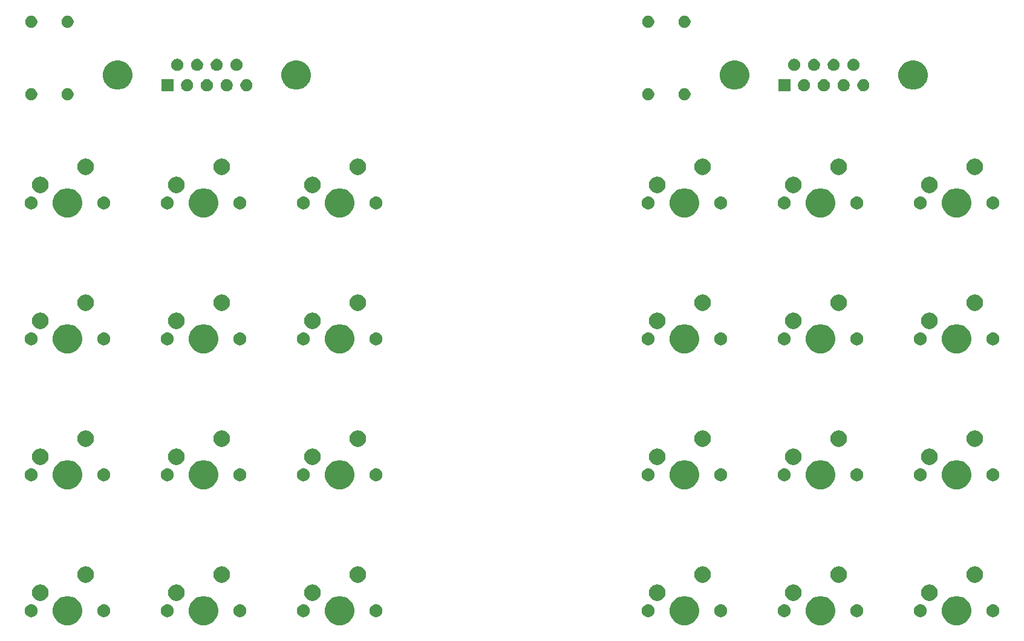
<source format=gbr>
G04 #@! TF.GenerationSoftware,KiCad,Pcbnew,(5.1.6-0-10_14)*
G04 #@! TF.CreationDate,2020-08-17T17:45:08+02:00*
G04 #@! TF.ProjectId,synthcart-ctrl,73796e74-6863-4617-9274-2d6374726c2e,rev?*
G04 #@! TF.SameCoordinates,Original*
G04 #@! TF.FileFunction,Soldermask,Top*
G04 #@! TF.FilePolarity,Negative*
%FSLAX46Y46*%
G04 Gerber Fmt 4.6, Leading zero omitted, Abs format (unit mm)*
G04 Created by KiCad (PCBNEW (5.1.6-0-10_14)) date 2020-08-17 17:45:08*
%MOMM*%
%LPD*%
G01*
G04 APERTURE LIST*
%ADD10C,0.100000*%
G04 APERTURE END LIST*
D10*
G36*
X219038254Y-128837818D02*
G01*
X219411511Y-128992426D01*
X219411513Y-128992427D01*
X219747436Y-129216884D01*
X220033116Y-129502564D01*
X220257574Y-129838489D01*
X220412182Y-130211746D01*
X220491000Y-130607993D01*
X220491000Y-131012007D01*
X220412182Y-131408254D01*
X220257574Y-131781511D01*
X220257573Y-131781513D01*
X220033116Y-132117436D01*
X219747436Y-132403116D01*
X219411513Y-132627573D01*
X219411512Y-132627574D01*
X219411511Y-132627574D01*
X219038254Y-132782182D01*
X218642007Y-132861000D01*
X218237993Y-132861000D01*
X217841746Y-132782182D01*
X217468489Y-132627574D01*
X217468488Y-132627574D01*
X217468487Y-132627573D01*
X217132564Y-132403116D01*
X216846884Y-132117436D01*
X216622427Y-131781513D01*
X216622426Y-131781511D01*
X216467818Y-131408254D01*
X216389000Y-131012007D01*
X216389000Y-130607993D01*
X216467818Y-130211746D01*
X216622426Y-129838489D01*
X216846884Y-129502564D01*
X217132564Y-129216884D01*
X217468487Y-128992427D01*
X217468489Y-128992426D01*
X217841746Y-128837818D01*
X218237993Y-128759000D01*
X218642007Y-128759000D01*
X219038254Y-128837818D01*
G37*
G36*
X199988254Y-128837818D02*
G01*
X200361511Y-128992426D01*
X200361513Y-128992427D01*
X200697436Y-129216884D01*
X200983116Y-129502564D01*
X201207574Y-129838489D01*
X201362182Y-130211746D01*
X201441000Y-130607993D01*
X201441000Y-131012007D01*
X201362182Y-131408254D01*
X201207574Y-131781511D01*
X201207573Y-131781513D01*
X200983116Y-132117436D01*
X200697436Y-132403116D01*
X200361513Y-132627573D01*
X200361512Y-132627574D01*
X200361511Y-132627574D01*
X199988254Y-132782182D01*
X199592007Y-132861000D01*
X199187993Y-132861000D01*
X198791746Y-132782182D01*
X198418489Y-132627574D01*
X198418488Y-132627574D01*
X198418487Y-132627573D01*
X198082564Y-132403116D01*
X197796884Y-132117436D01*
X197572427Y-131781513D01*
X197572426Y-131781511D01*
X197417818Y-131408254D01*
X197339000Y-131012007D01*
X197339000Y-130607993D01*
X197417818Y-130211746D01*
X197572426Y-129838489D01*
X197796884Y-129502564D01*
X198082564Y-129216884D01*
X198418487Y-128992427D01*
X198418489Y-128992426D01*
X198791746Y-128837818D01*
X199187993Y-128759000D01*
X199592007Y-128759000D01*
X199988254Y-128837818D01*
G37*
G36*
X180938254Y-128837818D02*
G01*
X181311511Y-128992426D01*
X181311513Y-128992427D01*
X181647436Y-129216884D01*
X181933116Y-129502564D01*
X182157574Y-129838489D01*
X182312182Y-130211746D01*
X182391000Y-130607993D01*
X182391000Y-131012007D01*
X182312182Y-131408254D01*
X182157574Y-131781511D01*
X182157573Y-131781513D01*
X181933116Y-132117436D01*
X181647436Y-132403116D01*
X181311513Y-132627573D01*
X181311512Y-132627574D01*
X181311511Y-132627574D01*
X180938254Y-132782182D01*
X180542007Y-132861000D01*
X180137993Y-132861000D01*
X179741746Y-132782182D01*
X179368489Y-132627574D01*
X179368488Y-132627574D01*
X179368487Y-132627573D01*
X179032564Y-132403116D01*
X178746884Y-132117436D01*
X178522427Y-131781513D01*
X178522426Y-131781511D01*
X178367818Y-131408254D01*
X178289000Y-131012007D01*
X178289000Y-130607993D01*
X178367818Y-130211746D01*
X178522426Y-129838489D01*
X178746884Y-129502564D01*
X179032564Y-129216884D01*
X179368487Y-128992427D01*
X179368489Y-128992426D01*
X179741746Y-128837818D01*
X180137993Y-128759000D01*
X180542007Y-128759000D01*
X180938254Y-128837818D01*
G37*
G36*
X132678254Y-128837818D02*
G01*
X133051511Y-128992426D01*
X133051513Y-128992427D01*
X133387436Y-129216884D01*
X133673116Y-129502564D01*
X133897574Y-129838489D01*
X134052182Y-130211746D01*
X134131000Y-130607993D01*
X134131000Y-131012007D01*
X134052182Y-131408254D01*
X133897574Y-131781511D01*
X133897573Y-131781513D01*
X133673116Y-132117436D01*
X133387436Y-132403116D01*
X133051513Y-132627573D01*
X133051512Y-132627574D01*
X133051511Y-132627574D01*
X132678254Y-132782182D01*
X132282007Y-132861000D01*
X131877993Y-132861000D01*
X131481746Y-132782182D01*
X131108489Y-132627574D01*
X131108488Y-132627574D01*
X131108487Y-132627573D01*
X130772564Y-132403116D01*
X130486884Y-132117436D01*
X130262427Y-131781513D01*
X130262426Y-131781511D01*
X130107818Y-131408254D01*
X130029000Y-131012007D01*
X130029000Y-130607993D01*
X130107818Y-130211746D01*
X130262426Y-129838489D01*
X130486884Y-129502564D01*
X130772564Y-129216884D01*
X131108487Y-128992427D01*
X131108489Y-128992426D01*
X131481746Y-128837818D01*
X131877993Y-128759000D01*
X132282007Y-128759000D01*
X132678254Y-128837818D01*
G37*
G36*
X113628254Y-128837818D02*
G01*
X114001511Y-128992426D01*
X114001513Y-128992427D01*
X114337436Y-129216884D01*
X114623116Y-129502564D01*
X114847574Y-129838489D01*
X115002182Y-130211746D01*
X115081000Y-130607993D01*
X115081000Y-131012007D01*
X115002182Y-131408254D01*
X114847574Y-131781511D01*
X114847573Y-131781513D01*
X114623116Y-132117436D01*
X114337436Y-132403116D01*
X114001513Y-132627573D01*
X114001512Y-132627574D01*
X114001511Y-132627574D01*
X113628254Y-132782182D01*
X113232007Y-132861000D01*
X112827993Y-132861000D01*
X112431746Y-132782182D01*
X112058489Y-132627574D01*
X112058488Y-132627574D01*
X112058487Y-132627573D01*
X111722564Y-132403116D01*
X111436884Y-132117436D01*
X111212427Y-131781513D01*
X111212426Y-131781511D01*
X111057818Y-131408254D01*
X110979000Y-131012007D01*
X110979000Y-130607993D01*
X111057818Y-130211746D01*
X111212426Y-129838489D01*
X111436884Y-129502564D01*
X111722564Y-129216884D01*
X112058487Y-128992427D01*
X112058489Y-128992426D01*
X112431746Y-128837818D01*
X112827993Y-128759000D01*
X113232007Y-128759000D01*
X113628254Y-128837818D01*
G37*
G36*
X94578254Y-128837818D02*
G01*
X94951511Y-128992426D01*
X94951513Y-128992427D01*
X95287436Y-129216884D01*
X95573116Y-129502564D01*
X95797574Y-129838489D01*
X95952182Y-130211746D01*
X96031000Y-130607993D01*
X96031000Y-131012007D01*
X95952182Y-131408254D01*
X95797574Y-131781511D01*
X95797573Y-131781513D01*
X95573116Y-132117436D01*
X95287436Y-132403116D01*
X94951513Y-132627573D01*
X94951512Y-132627574D01*
X94951511Y-132627574D01*
X94578254Y-132782182D01*
X94182007Y-132861000D01*
X93777993Y-132861000D01*
X93381746Y-132782182D01*
X93008489Y-132627574D01*
X93008488Y-132627574D01*
X93008487Y-132627573D01*
X92672564Y-132403116D01*
X92386884Y-132117436D01*
X92162427Y-131781513D01*
X92162426Y-131781511D01*
X92007818Y-131408254D01*
X91929000Y-131012007D01*
X91929000Y-130607993D01*
X92007818Y-130211746D01*
X92162426Y-129838489D01*
X92386884Y-129502564D01*
X92672564Y-129216884D01*
X93008487Y-128992427D01*
X93008489Y-128992426D01*
X93381746Y-128837818D01*
X93777993Y-128759000D01*
X94182007Y-128759000D01*
X94578254Y-128837818D01*
G37*
G36*
X137273512Y-129913927D02*
G01*
X137422812Y-129943624D01*
X137586784Y-130011544D01*
X137734354Y-130110147D01*
X137859853Y-130235646D01*
X137958456Y-130383216D01*
X138026376Y-130547188D01*
X138061000Y-130721259D01*
X138061000Y-130898741D01*
X138026376Y-131072812D01*
X137958456Y-131236784D01*
X137859853Y-131384354D01*
X137734354Y-131509853D01*
X137586784Y-131608456D01*
X137422812Y-131676376D01*
X137273512Y-131706073D01*
X137248742Y-131711000D01*
X137071258Y-131711000D01*
X137046488Y-131706073D01*
X136897188Y-131676376D01*
X136733216Y-131608456D01*
X136585646Y-131509853D01*
X136460147Y-131384354D01*
X136361544Y-131236784D01*
X136293624Y-131072812D01*
X136259000Y-130898741D01*
X136259000Y-130721259D01*
X136293624Y-130547188D01*
X136361544Y-130383216D01*
X136460147Y-130235646D01*
X136585646Y-130110147D01*
X136733216Y-130011544D01*
X136897188Y-129943624D01*
X137046488Y-129913927D01*
X137071258Y-129909000D01*
X137248742Y-129909000D01*
X137273512Y-129913927D01*
G37*
G36*
X127113512Y-129913927D02*
G01*
X127262812Y-129943624D01*
X127426784Y-130011544D01*
X127574354Y-130110147D01*
X127699853Y-130235646D01*
X127798456Y-130383216D01*
X127866376Y-130547188D01*
X127901000Y-130721259D01*
X127901000Y-130898741D01*
X127866376Y-131072812D01*
X127798456Y-131236784D01*
X127699853Y-131384354D01*
X127574354Y-131509853D01*
X127426784Y-131608456D01*
X127262812Y-131676376D01*
X127113512Y-131706073D01*
X127088742Y-131711000D01*
X126911258Y-131711000D01*
X126886488Y-131706073D01*
X126737188Y-131676376D01*
X126573216Y-131608456D01*
X126425646Y-131509853D01*
X126300147Y-131384354D01*
X126201544Y-131236784D01*
X126133624Y-131072812D01*
X126099000Y-130898741D01*
X126099000Y-130721259D01*
X126133624Y-130547188D01*
X126201544Y-130383216D01*
X126300147Y-130235646D01*
X126425646Y-130110147D01*
X126573216Y-130011544D01*
X126737188Y-129943624D01*
X126886488Y-129913927D01*
X126911258Y-129909000D01*
X127088742Y-129909000D01*
X127113512Y-129913927D01*
G37*
G36*
X118223512Y-129913927D02*
G01*
X118372812Y-129943624D01*
X118536784Y-130011544D01*
X118684354Y-130110147D01*
X118809853Y-130235646D01*
X118908456Y-130383216D01*
X118976376Y-130547188D01*
X119011000Y-130721259D01*
X119011000Y-130898741D01*
X118976376Y-131072812D01*
X118908456Y-131236784D01*
X118809853Y-131384354D01*
X118684354Y-131509853D01*
X118536784Y-131608456D01*
X118372812Y-131676376D01*
X118223512Y-131706073D01*
X118198742Y-131711000D01*
X118021258Y-131711000D01*
X117996488Y-131706073D01*
X117847188Y-131676376D01*
X117683216Y-131608456D01*
X117535646Y-131509853D01*
X117410147Y-131384354D01*
X117311544Y-131236784D01*
X117243624Y-131072812D01*
X117209000Y-130898741D01*
X117209000Y-130721259D01*
X117243624Y-130547188D01*
X117311544Y-130383216D01*
X117410147Y-130235646D01*
X117535646Y-130110147D01*
X117683216Y-130011544D01*
X117847188Y-129943624D01*
X117996488Y-129913927D01*
X118021258Y-129909000D01*
X118198742Y-129909000D01*
X118223512Y-129913927D01*
G37*
G36*
X108063512Y-129913927D02*
G01*
X108212812Y-129943624D01*
X108376784Y-130011544D01*
X108524354Y-130110147D01*
X108649853Y-130235646D01*
X108748456Y-130383216D01*
X108816376Y-130547188D01*
X108851000Y-130721259D01*
X108851000Y-130898741D01*
X108816376Y-131072812D01*
X108748456Y-131236784D01*
X108649853Y-131384354D01*
X108524354Y-131509853D01*
X108376784Y-131608456D01*
X108212812Y-131676376D01*
X108063512Y-131706073D01*
X108038742Y-131711000D01*
X107861258Y-131711000D01*
X107836488Y-131706073D01*
X107687188Y-131676376D01*
X107523216Y-131608456D01*
X107375646Y-131509853D01*
X107250147Y-131384354D01*
X107151544Y-131236784D01*
X107083624Y-131072812D01*
X107049000Y-130898741D01*
X107049000Y-130721259D01*
X107083624Y-130547188D01*
X107151544Y-130383216D01*
X107250147Y-130235646D01*
X107375646Y-130110147D01*
X107523216Y-130011544D01*
X107687188Y-129943624D01*
X107836488Y-129913927D01*
X107861258Y-129909000D01*
X108038742Y-129909000D01*
X108063512Y-129913927D01*
G37*
G36*
X99173512Y-129913927D02*
G01*
X99322812Y-129943624D01*
X99486784Y-130011544D01*
X99634354Y-130110147D01*
X99759853Y-130235646D01*
X99858456Y-130383216D01*
X99926376Y-130547188D01*
X99961000Y-130721259D01*
X99961000Y-130898741D01*
X99926376Y-131072812D01*
X99858456Y-131236784D01*
X99759853Y-131384354D01*
X99634354Y-131509853D01*
X99486784Y-131608456D01*
X99322812Y-131676376D01*
X99173512Y-131706073D01*
X99148742Y-131711000D01*
X98971258Y-131711000D01*
X98946488Y-131706073D01*
X98797188Y-131676376D01*
X98633216Y-131608456D01*
X98485646Y-131509853D01*
X98360147Y-131384354D01*
X98261544Y-131236784D01*
X98193624Y-131072812D01*
X98159000Y-130898741D01*
X98159000Y-130721259D01*
X98193624Y-130547188D01*
X98261544Y-130383216D01*
X98360147Y-130235646D01*
X98485646Y-130110147D01*
X98633216Y-130011544D01*
X98797188Y-129943624D01*
X98946488Y-129913927D01*
X98971258Y-129909000D01*
X99148742Y-129909000D01*
X99173512Y-129913927D01*
G37*
G36*
X89013512Y-129913927D02*
G01*
X89162812Y-129943624D01*
X89326784Y-130011544D01*
X89474354Y-130110147D01*
X89599853Y-130235646D01*
X89698456Y-130383216D01*
X89766376Y-130547188D01*
X89801000Y-130721259D01*
X89801000Y-130898741D01*
X89766376Y-131072812D01*
X89698456Y-131236784D01*
X89599853Y-131384354D01*
X89474354Y-131509853D01*
X89326784Y-131608456D01*
X89162812Y-131676376D01*
X89013512Y-131706073D01*
X88988742Y-131711000D01*
X88811258Y-131711000D01*
X88786488Y-131706073D01*
X88637188Y-131676376D01*
X88473216Y-131608456D01*
X88325646Y-131509853D01*
X88200147Y-131384354D01*
X88101544Y-131236784D01*
X88033624Y-131072812D01*
X87999000Y-130898741D01*
X87999000Y-130721259D01*
X88033624Y-130547188D01*
X88101544Y-130383216D01*
X88200147Y-130235646D01*
X88325646Y-130110147D01*
X88473216Y-130011544D01*
X88637188Y-129943624D01*
X88786488Y-129913927D01*
X88811258Y-129909000D01*
X88988742Y-129909000D01*
X89013512Y-129913927D01*
G37*
G36*
X213473512Y-129913927D02*
G01*
X213622812Y-129943624D01*
X213786784Y-130011544D01*
X213934354Y-130110147D01*
X214059853Y-130235646D01*
X214158456Y-130383216D01*
X214226376Y-130547188D01*
X214261000Y-130721259D01*
X214261000Y-130898741D01*
X214226376Y-131072812D01*
X214158456Y-131236784D01*
X214059853Y-131384354D01*
X213934354Y-131509853D01*
X213786784Y-131608456D01*
X213622812Y-131676376D01*
X213473512Y-131706073D01*
X213448742Y-131711000D01*
X213271258Y-131711000D01*
X213246488Y-131706073D01*
X213097188Y-131676376D01*
X212933216Y-131608456D01*
X212785646Y-131509853D01*
X212660147Y-131384354D01*
X212561544Y-131236784D01*
X212493624Y-131072812D01*
X212459000Y-130898741D01*
X212459000Y-130721259D01*
X212493624Y-130547188D01*
X212561544Y-130383216D01*
X212660147Y-130235646D01*
X212785646Y-130110147D01*
X212933216Y-130011544D01*
X213097188Y-129943624D01*
X213246488Y-129913927D01*
X213271258Y-129909000D01*
X213448742Y-129909000D01*
X213473512Y-129913927D01*
G37*
G36*
X223633512Y-129913927D02*
G01*
X223782812Y-129943624D01*
X223946784Y-130011544D01*
X224094354Y-130110147D01*
X224219853Y-130235646D01*
X224318456Y-130383216D01*
X224386376Y-130547188D01*
X224421000Y-130721259D01*
X224421000Y-130898741D01*
X224386376Y-131072812D01*
X224318456Y-131236784D01*
X224219853Y-131384354D01*
X224094354Y-131509853D01*
X223946784Y-131608456D01*
X223782812Y-131676376D01*
X223633512Y-131706073D01*
X223608742Y-131711000D01*
X223431258Y-131711000D01*
X223406488Y-131706073D01*
X223257188Y-131676376D01*
X223093216Y-131608456D01*
X222945646Y-131509853D01*
X222820147Y-131384354D01*
X222721544Y-131236784D01*
X222653624Y-131072812D01*
X222619000Y-130898741D01*
X222619000Y-130721259D01*
X222653624Y-130547188D01*
X222721544Y-130383216D01*
X222820147Y-130235646D01*
X222945646Y-130110147D01*
X223093216Y-130011544D01*
X223257188Y-129943624D01*
X223406488Y-129913927D01*
X223431258Y-129909000D01*
X223608742Y-129909000D01*
X223633512Y-129913927D01*
G37*
G36*
X194423512Y-129913927D02*
G01*
X194572812Y-129943624D01*
X194736784Y-130011544D01*
X194884354Y-130110147D01*
X195009853Y-130235646D01*
X195108456Y-130383216D01*
X195176376Y-130547188D01*
X195211000Y-130721259D01*
X195211000Y-130898741D01*
X195176376Y-131072812D01*
X195108456Y-131236784D01*
X195009853Y-131384354D01*
X194884354Y-131509853D01*
X194736784Y-131608456D01*
X194572812Y-131676376D01*
X194423512Y-131706073D01*
X194398742Y-131711000D01*
X194221258Y-131711000D01*
X194196488Y-131706073D01*
X194047188Y-131676376D01*
X193883216Y-131608456D01*
X193735646Y-131509853D01*
X193610147Y-131384354D01*
X193511544Y-131236784D01*
X193443624Y-131072812D01*
X193409000Y-130898741D01*
X193409000Y-130721259D01*
X193443624Y-130547188D01*
X193511544Y-130383216D01*
X193610147Y-130235646D01*
X193735646Y-130110147D01*
X193883216Y-130011544D01*
X194047188Y-129943624D01*
X194196488Y-129913927D01*
X194221258Y-129909000D01*
X194398742Y-129909000D01*
X194423512Y-129913927D01*
G37*
G36*
X204583512Y-129913927D02*
G01*
X204732812Y-129943624D01*
X204896784Y-130011544D01*
X205044354Y-130110147D01*
X205169853Y-130235646D01*
X205268456Y-130383216D01*
X205336376Y-130547188D01*
X205371000Y-130721259D01*
X205371000Y-130898741D01*
X205336376Y-131072812D01*
X205268456Y-131236784D01*
X205169853Y-131384354D01*
X205044354Y-131509853D01*
X204896784Y-131608456D01*
X204732812Y-131676376D01*
X204583512Y-131706073D01*
X204558742Y-131711000D01*
X204381258Y-131711000D01*
X204356488Y-131706073D01*
X204207188Y-131676376D01*
X204043216Y-131608456D01*
X203895646Y-131509853D01*
X203770147Y-131384354D01*
X203671544Y-131236784D01*
X203603624Y-131072812D01*
X203569000Y-130898741D01*
X203569000Y-130721259D01*
X203603624Y-130547188D01*
X203671544Y-130383216D01*
X203770147Y-130235646D01*
X203895646Y-130110147D01*
X204043216Y-130011544D01*
X204207188Y-129943624D01*
X204356488Y-129913927D01*
X204381258Y-129909000D01*
X204558742Y-129909000D01*
X204583512Y-129913927D01*
G37*
G36*
X185533512Y-129913927D02*
G01*
X185682812Y-129943624D01*
X185846784Y-130011544D01*
X185994354Y-130110147D01*
X186119853Y-130235646D01*
X186218456Y-130383216D01*
X186286376Y-130547188D01*
X186321000Y-130721259D01*
X186321000Y-130898741D01*
X186286376Y-131072812D01*
X186218456Y-131236784D01*
X186119853Y-131384354D01*
X185994354Y-131509853D01*
X185846784Y-131608456D01*
X185682812Y-131676376D01*
X185533512Y-131706073D01*
X185508742Y-131711000D01*
X185331258Y-131711000D01*
X185306488Y-131706073D01*
X185157188Y-131676376D01*
X184993216Y-131608456D01*
X184845646Y-131509853D01*
X184720147Y-131384354D01*
X184621544Y-131236784D01*
X184553624Y-131072812D01*
X184519000Y-130898741D01*
X184519000Y-130721259D01*
X184553624Y-130547188D01*
X184621544Y-130383216D01*
X184720147Y-130235646D01*
X184845646Y-130110147D01*
X184993216Y-130011544D01*
X185157188Y-129943624D01*
X185306488Y-129913927D01*
X185331258Y-129909000D01*
X185508742Y-129909000D01*
X185533512Y-129913927D01*
G37*
G36*
X175373512Y-129913927D02*
G01*
X175522812Y-129943624D01*
X175686784Y-130011544D01*
X175834354Y-130110147D01*
X175959853Y-130235646D01*
X176058456Y-130383216D01*
X176126376Y-130547188D01*
X176161000Y-130721259D01*
X176161000Y-130898741D01*
X176126376Y-131072812D01*
X176058456Y-131236784D01*
X175959853Y-131384354D01*
X175834354Y-131509853D01*
X175686784Y-131608456D01*
X175522812Y-131676376D01*
X175373512Y-131706073D01*
X175348742Y-131711000D01*
X175171258Y-131711000D01*
X175146488Y-131706073D01*
X174997188Y-131676376D01*
X174833216Y-131608456D01*
X174685646Y-131509853D01*
X174560147Y-131384354D01*
X174461544Y-131236784D01*
X174393624Y-131072812D01*
X174359000Y-130898741D01*
X174359000Y-130721259D01*
X174393624Y-130547188D01*
X174461544Y-130383216D01*
X174560147Y-130235646D01*
X174685646Y-130110147D01*
X174833216Y-130011544D01*
X174997188Y-129943624D01*
X175146488Y-129913927D01*
X175171258Y-129909000D01*
X175348742Y-129909000D01*
X175373512Y-129913927D01*
G37*
G36*
X109444549Y-127141116D02*
G01*
X109555734Y-127163232D01*
X109765203Y-127249997D01*
X109953720Y-127375960D01*
X110114040Y-127536280D01*
X110240003Y-127724797D01*
X110326768Y-127934266D01*
X110371000Y-128156636D01*
X110371000Y-128383364D01*
X110326768Y-128605734D01*
X110240003Y-128815203D01*
X110114040Y-129003720D01*
X109953720Y-129164040D01*
X109765203Y-129290003D01*
X109555734Y-129376768D01*
X109444549Y-129398884D01*
X109333365Y-129421000D01*
X109106635Y-129421000D01*
X108995451Y-129398884D01*
X108884266Y-129376768D01*
X108674797Y-129290003D01*
X108486280Y-129164040D01*
X108325960Y-129003720D01*
X108199997Y-128815203D01*
X108113232Y-128605734D01*
X108069000Y-128383364D01*
X108069000Y-128156636D01*
X108113232Y-127934266D01*
X108199997Y-127724797D01*
X108325960Y-127536280D01*
X108486280Y-127375960D01*
X108674797Y-127249997D01*
X108884266Y-127163232D01*
X108995451Y-127141116D01*
X109106635Y-127119000D01*
X109333365Y-127119000D01*
X109444549Y-127141116D01*
G37*
G36*
X214854549Y-127141116D02*
G01*
X214965734Y-127163232D01*
X215175203Y-127249997D01*
X215363720Y-127375960D01*
X215524040Y-127536280D01*
X215650003Y-127724797D01*
X215736768Y-127934266D01*
X215781000Y-128156636D01*
X215781000Y-128383364D01*
X215736768Y-128605734D01*
X215650003Y-128815203D01*
X215524040Y-129003720D01*
X215363720Y-129164040D01*
X215175203Y-129290003D01*
X214965734Y-129376768D01*
X214854549Y-129398884D01*
X214743365Y-129421000D01*
X214516635Y-129421000D01*
X214405451Y-129398884D01*
X214294266Y-129376768D01*
X214084797Y-129290003D01*
X213896280Y-129164040D01*
X213735960Y-129003720D01*
X213609997Y-128815203D01*
X213523232Y-128605734D01*
X213479000Y-128383364D01*
X213479000Y-128156636D01*
X213523232Y-127934266D01*
X213609997Y-127724797D01*
X213735960Y-127536280D01*
X213896280Y-127375960D01*
X214084797Y-127249997D01*
X214294266Y-127163232D01*
X214405451Y-127141116D01*
X214516635Y-127119000D01*
X214743365Y-127119000D01*
X214854549Y-127141116D01*
G37*
G36*
X195804549Y-127141116D02*
G01*
X195915734Y-127163232D01*
X196125203Y-127249997D01*
X196313720Y-127375960D01*
X196474040Y-127536280D01*
X196600003Y-127724797D01*
X196686768Y-127934266D01*
X196731000Y-128156636D01*
X196731000Y-128383364D01*
X196686768Y-128605734D01*
X196600003Y-128815203D01*
X196474040Y-129003720D01*
X196313720Y-129164040D01*
X196125203Y-129290003D01*
X195915734Y-129376768D01*
X195804549Y-129398884D01*
X195693365Y-129421000D01*
X195466635Y-129421000D01*
X195355451Y-129398884D01*
X195244266Y-129376768D01*
X195034797Y-129290003D01*
X194846280Y-129164040D01*
X194685960Y-129003720D01*
X194559997Y-128815203D01*
X194473232Y-128605734D01*
X194429000Y-128383364D01*
X194429000Y-128156636D01*
X194473232Y-127934266D01*
X194559997Y-127724797D01*
X194685960Y-127536280D01*
X194846280Y-127375960D01*
X195034797Y-127249997D01*
X195244266Y-127163232D01*
X195355451Y-127141116D01*
X195466635Y-127119000D01*
X195693365Y-127119000D01*
X195804549Y-127141116D01*
G37*
G36*
X176754549Y-127141116D02*
G01*
X176865734Y-127163232D01*
X177075203Y-127249997D01*
X177263720Y-127375960D01*
X177424040Y-127536280D01*
X177550003Y-127724797D01*
X177636768Y-127934266D01*
X177681000Y-128156636D01*
X177681000Y-128383364D01*
X177636768Y-128605734D01*
X177550003Y-128815203D01*
X177424040Y-129003720D01*
X177263720Y-129164040D01*
X177075203Y-129290003D01*
X176865734Y-129376768D01*
X176754549Y-129398884D01*
X176643365Y-129421000D01*
X176416635Y-129421000D01*
X176305451Y-129398884D01*
X176194266Y-129376768D01*
X175984797Y-129290003D01*
X175796280Y-129164040D01*
X175635960Y-129003720D01*
X175509997Y-128815203D01*
X175423232Y-128605734D01*
X175379000Y-128383364D01*
X175379000Y-128156636D01*
X175423232Y-127934266D01*
X175509997Y-127724797D01*
X175635960Y-127536280D01*
X175796280Y-127375960D01*
X175984797Y-127249997D01*
X176194266Y-127163232D01*
X176305451Y-127141116D01*
X176416635Y-127119000D01*
X176643365Y-127119000D01*
X176754549Y-127141116D01*
G37*
G36*
X128494549Y-127141116D02*
G01*
X128605734Y-127163232D01*
X128815203Y-127249997D01*
X129003720Y-127375960D01*
X129164040Y-127536280D01*
X129290003Y-127724797D01*
X129376768Y-127934266D01*
X129421000Y-128156636D01*
X129421000Y-128383364D01*
X129376768Y-128605734D01*
X129290003Y-128815203D01*
X129164040Y-129003720D01*
X129003720Y-129164040D01*
X128815203Y-129290003D01*
X128605734Y-129376768D01*
X128494549Y-129398884D01*
X128383365Y-129421000D01*
X128156635Y-129421000D01*
X128045451Y-129398884D01*
X127934266Y-129376768D01*
X127724797Y-129290003D01*
X127536280Y-129164040D01*
X127375960Y-129003720D01*
X127249997Y-128815203D01*
X127163232Y-128605734D01*
X127119000Y-128383364D01*
X127119000Y-128156636D01*
X127163232Y-127934266D01*
X127249997Y-127724797D01*
X127375960Y-127536280D01*
X127536280Y-127375960D01*
X127724797Y-127249997D01*
X127934266Y-127163232D01*
X128045451Y-127141116D01*
X128156635Y-127119000D01*
X128383365Y-127119000D01*
X128494549Y-127141116D01*
G37*
G36*
X90394549Y-127141116D02*
G01*
X90505734Y-127163232D01*
X90715203Y-127249997D01*
X90903720Y-127375960D01*
X91064040Y-127536280D01*
X91190003Y-127724797D01*
X91276768Y-127934266D01*
X91321000Y-128156636D01*
X91321000Y-128383364D01*
X91276768Y-128605734D01*
X91190003Y-128815203D01*
X91064040Y-129003720D01*
X90903720Y-129164040D01*
X90715203Y-129290003D01*
X90505734Y-129376768D01*
X90394549Y-129398884D01*
X90283365Y-129421000D01*
X90056635Y-129421000D01*
X89945451Y-129398884D01*
X89834266Y-129376768D01*
X89624797Y-129290003D01*
X89436280Y-129164040D01*
X89275960Y-129003720D01*
X89149997Y-128815203D01*
X89063232Y-128605734D01*
X89019000Y-128383364D01*
X89019000Y-128156636D01*
X89063232Y-127934266D01*
X89149997Y-127724797D01*
X89275960Y-127536280D01*
X89436280Y-127375960D01*
X89624797Y-127249997D01*
X89834266Y-127163232D01*
X89945451Y-127141116D01*
X90056635Y-127119000D01*
X90283365Y-127119000D01*
X90394549Y-127141116D01*
G37*
G36*
X221204549Y-124601116D02*
G01*
X221315734Y-124623232D01*
X221525203Y-124709997D01*
X221713720Y-124835960D01*
X221874040Y-124996280D01*
X222000003Y-125184797D01*
X222086768Y-125394266D01*
X222131000Y-125616636D01*
X222131000Y-125843364D01*
X222086768Y-126065734D01*
X222000003Y-126275203D01*
X221874040Y-126463720D01*
X221713720Y-126624040D01*
X221525203Y-126750003D01*
X221315734Y-126836768D01*
X221204549Y-126858884D01*
X221093365Y-126881000D01*
X220866635Y-126881000D01*
X220755451Y-126858884D01*
X220644266Y-126836768D01*
X220434797Y-126750003D01*
X220246280Y-126624040D01*
X220085960Y-126463720D01*
X219959997Y-126275203D01*
X219873232Y-126065734D01*
X219829000Y-125843364D01*
X219829000Y-125616636D01*
X219873232Y-125394266D01*
X219959997Y-125184797D01*
X220085960Y-124996280D01*
X220246280Y-124835960D01*
X220434797Y-124709997D01*
X220644266Y-124623232D01*
X220755451Y-124601116D01*
X220866635Y-124579000D01*
X221093365Y-124579000D01*
X221204549Y-124601116D01*
G37*
G36*
X202154549Y-124601116D02*
G01*
X202265734Y-124623232D01*
X202475203Y-124709997D01*
X202663720Y-124835960D01*
X202824040Y-124996280D01*
X202950003Y-125184797D01*
X203036768Y-125394266D01*
X203081000Y-125616636D01*
X203081000Y-125843364D01*
X203036768Y-126065734D01*
X202950003Y-126275203D01*
X202824040Y-126463720D01*
X202663720Y-126624040D01*
X202475203Y-126750003D01*
X202265734Y-126836768D01*
X202154549Y-126858884D01*
X202043365Y-126881000D01*
X201816635Y-126881000D01*
X201705451Y-126858884D01*
X201594266Y-126836768D01*
X201384797Y-126750003D01*
X201196280Y-126624040D01*
X201035960Y-126463720D01*
X200909997Y-126275203D01*
X200823232Y-126065734D01*
X200779000Y-125843364D01*
X200779000Y-125616636D01*
X200823232Y-125394266D01*
X200909997Y-125184797D01*
X201035960Y-124996280D01*
X201196280Y-124835960D01*
X201384797Y-124709997D01*
X201594266Y-124623232D01*
X201705451Y-124601116D01*
X201816635Y-124579000D01*
X202043365Y-124579000D01*
X202154549Y-124601116D01*
G37*
G36*
X183104549Y-124601116D02*
G01*
X183215734Y-124623232D01*
X183425203Y-124709997D01*
X183613720Y-124835960D01*
X183774040Y-124996280D01*
X183900003Y-125184797D01*
X183986768Y-125394266D01*
X184031000Y-125616636D01*
X184031000Y-125843364D01*
X183986768Y-126065734D01*
X183900003Y-126275203D01*
X183774040Y-126463720D01*
X183613720Y-126624040D01*
X183425203Y-126750003D01*
X183215734Y-126836768D01*
X183104549Y-126858884D01*
X182993365Y-126881000D01*
X182766635Y-126881000D01*
X182655451Y-126858884D01*
X182544266Y-126836768D01*
X182334797Y-126750003D01*
X182146280Y-126624040D01*
X181985960Y-126463720D01*
X181859997Y-126275203D01*
X181773232Y-126065734D01*
X181729000Y-125843364D01*
X181729000Y-125616636D01*
X181773232Y-125394266D01*
X181859997Y-125184797D01*
X181985960Y-124996280D01*
X182146280Y-124835960D01*
X182334797Y-124709997D01*
X182544266Y-124623232D01*
X182655451Y-124601116D01*
X182766635Y-124579000D01*
X182993365Y-124579000D01*
X183104549Y-124601116D01*
G37*
G36*
X134844549Y-124601116D02*
G01*
X134955734Y-124623232D01*
X135165203Y-124709997D01*
X135353720Y-124835960D01*
X135514040Y-124996280D01*
X135640003Y-125184797D01*
X135726768Y-125394266D01*
X135771000Y-125616636D01*
X135771000Y-125843364D01*
X135726768Y-126065734D01*
X135640003Y-126275203D01*
X135514040Y-126463720D01*
X135353720Y-126624040D01*
X135165203Y-126750003D01*
X134955734Y-126836768D01*
X134844549Y-126858884D01*
X134733365Y-126881000D01*
X134506635Y-126881000D01*
X134395451Y-126858884D01*
X134284266Y-126836768D01*
X134074797Y-126750003D01*
X133886280Y-126624040D01*
X133725960Y-126463720D01*
X133599997Y-126275203D01*
X133513232Y-126065734D01*
X133469000Y-125843364D01*
X133469000Y-125616636D01*
X133513232Y-125394266D01*
X133599997Y-125184797D01*
X133725960Y-124996280D01*
X133886280Y-124835960D01*
X134074797Y-124709997D01*
X134284266Y-124623232D01*
X134395451Y-124601116D01*
X134506635Y-124579000D01*
X134733365Y-124579000D01*
X134844549Y-124601116D01*
G37*
G36*
X115794549Y-124601116D02*
G01*
X115905734Y-124623232D01*
X116115203Y-124709997D01*
X116303720Y-124835960D01*
X116464040Y-124996280D01*
X116590003Y-125184797D01*
X116676768Y-125394266D01*
X116721000Y-125616636D01*
X116721000Y-125843364D01*
X116676768Y-126065734D01*
X116590003Y-126275203D01*
X116464040Y-126463720D01*
X116303720Y-126624040D01*
X116115203Y-126750003D01*
X115905734Y-126836768D01*
X115794549Y-126858884D01*
X115683365Y-126881000D01*
X115456635Y-126881000D01*
X115345451Y-126858884D01*
X115234266Y-126836768D01*
X115024797Y-126750003D01*
X114836280Y-126624040D01*
X114675960Y-126463720D01*
X114549997Y-126275203D01*
X114463232Y-126065734D01*
X114419000Y-125843364D01*
X114419000Y-125616636D01*
X114463232Y-125394266D01*
X114549997Y-125184797D01*
X114675960Y-124996280D01*
X114836280Y-124835960D01*
X115024797Y-124709997D01*
X115234266Y-124623232D01*
X115345451Y-124601116D01*
X115456635Y-124579000D01*
X115683365Y-124579000D01*
X115794549Y-124601116D01*
G37*
G36*
X96744549Y-124601116D02*
G01*
X96855734Y-124623232D01*
X97065203Y-124709997D01*
X97253720Y-124835960D01*
X97414040Y-124996280D01*
X97540003Y-125184797D01*
X97626768Y-125394266D01*
X97671000Y-125616636D01*
X97671000Y-125843364D01*
X97626768Y-126065734D01*
X97540003Y-126275203D01*
X97414040Y-126463720D01*
X97253720Y-126624040D01*
X97065203Y-126750003D01*
X96855734Y-126836768D01*
X96744549Y-126858884D01*
X96633365Y-126881000D01*
X96406635Y-126881000D01*
X96295451Y-126858884D01*
X96184266Y-126836768D01*
X95974797Y-126750003D01*
X95786280Y-126624040D01*
X95625960Y-126463720D01*
X95499997Y-126275203D01*
X95413232Y-126065734D01*
X95369000Y-125843364D01*
X95369000Y-125616636D01*
X95413232Y-125394266D01*
X95499997Y-125184797D01*
X95625960Y-124996280D01*
X95786280Y-124835960D01*
X95974797Y-124709997D01*
X96184266Y-124623232D01*
X96295451Y-124601116D01*
X96406635Y-124579000D01*
X96633365Y-124579000D01*
X96744549Y-124601116D01*
G37*
G36*
X132678254Y-109787818D02*
G01*
X133051511Y-109942426D01*
X133051513Y-109942427D01*
X133387436Y-110166884D01*
X133673116Y-110452564D01*
X133897574Y-110788489D01*
X134052182Y-111161746D01*
X134131000Y-111557993D01*
X134131000Y-111962007D01*
X134052182Y-112358254D01*
X133897574Y-112731511D01*
X133897573Y-112731513D01*
X133673116Y-113067436D01*
X133387436Y-113353116D01*
X133051513Y-113577573D01*
X133051512Y-113577574D01*
X133051511Y-113577574D01*
X132678254Y-113732182D01*
X132282007Y-113811000D01*
X131877993Y-113811000D01*
X131481746Y-113732182D01*
X131108489Y-113577574D01*
X131108488Y-113577574D01*
X131108487Y-113577573D01*
X130772564Y-113353116D01*
X130486884Y-113067436D01*
X130262427Y-112731513D01*
X130262426Y-112731511D01*
X130107818Y-112358254D01*
X130029000Y-111962007D01*
X130029000Y-111557993D01*
X130107818Y-111161746D01*
X130262426Y-110788489D01*
X130486884Y-110452564D01*
X130772564Y-110166884D01*
X131108487Y-109942427D01*
X131108489Y-109942426D01*
X131481746Y-109787818D01*
X131877993Y-109709000D01*
X132282007Y-109709000D01*
X132678254Y-109787818D01*
G37*
G36*
X113628254Y-109787818D02*
G01*
X114001511Y-109942426D01*
X114001513Y-109942427D01*
X114337436Y-110166884D01*
X114623116Y-110452564D01*
X114847574Y-110788489D01*
X115002182Y-111161746D01*
X115081000Y-111557993D01*
X115081000Y-111962007D01*
X115002182Y-112358254D01*
X114847574Y-112731511D01*
X114847573Y-112731513D01*
X114623116Y-113067436D01*
X114337436Y-113353116D01*
X114001513Y-113577573D01*
X114001512Y-113577574D01*
X114001511Y-113577574D01*
X113628254Y-113732182D01*
X113232007Y-113811000D01*
X112827993Y-113811000D01*
X112431746Y-113732182D01*
X112058489Y-113577574D01*
X112058488Y-113577574D01*
X112058487Y-113577573D01*
X111722564Y-113353116D01*
X111436884Y-113067436D01*
X111212427Y-112731513D01*
X111212426Y-112731511D01*
X111057818Y-112358254D01*
X110979000Y-111962007D01*
X110979000Y-111557993D01*
X111057818Y-111161746D01*
X111212426Y-110788489D01*
X111436884Y-110452564D01*
X111722564Y-110166884D01*
X112058487Y-109942427D01*
X112058489Y-109942426D01*
X112431746Y-109787818D01*
X112827993Y-109709000D01*
X113232007Y-109709000D01*
X113628254Y-109787818D01*
G37*
G36*
X94578254Y-109787818D02*
G01*
X94951511Y-109942426D01*
X94951513Y-109942427D01*
X95287436Y-110166884D01*
X95573116Y-110452564D01*
X95797574Y-110788489D01*
X95952182Y-111161746D01*
X96031000Y-111557993D01*
X96031000Y-111962007D01*
X95952182Y-112358254D01*
X95797574Y-112731511D01*
X95797573Y-112731513D01*
X95573116Y-113067436D01*
X95287436Y-113353116D01*
X94951513Y-113577573D01*
X94951512Y-113577574D01*
X94951511Y-113577574D01*
X94578254Y-113732182D01*
X94182007Y-113811000D01*
X93777993Y-113811000D01*
X93381746Y-113732182D01*
X93008489Y-113577574D01*
X93008488Y-113577574D01*
X93008487Y-113577573D01*
X92672564Y-113353116D01*
X92386884Y-113067436D01*
X92162427Y-112731513D01*
X92162426Y-112731511D01*
X92007818Y-112358254D01*
X91929000Y-111962007D01*
X91929000Y-111557993D01*
X92007818Y-111161746D01*
X92162426Y-110788489D01*
X92386884Y-110452564D01*
X92672564Y-110166884D01*
X93008487Y-109942427D01*
X93008489Y-109942426D01*
X93381746Y-109787818D01*
X93777993Y-109709000D01*
X94182007Y-109709000D01*
X94578254Y-109787818D01*
G37*
G36*
X219038254Y-109787818D02*
G01*
X219411511Y-109942426D01*
X219411513Y-109942427D01*
X219747436Y-110166884D01*
X220033116Y-110452564D01*
X220257574Y-110788489D01*
X220412182Y-111161746D01*
X220491000Y-111557993D01*
X220491000Y-111962007D01*
X220412182Y-112358254D01*
X220257574Y-112731511D01*
X220257573Y-112731513D01*
X220033116Y-113067436D01*
X219747436Y-113353116D01*
X219411513Y-113577573D01*
X219411512Y-113577574D01*
X219411511Y-113577574D01*
X219038254Y-113732182D01*
X218642007Y-113811000D01*
X218237993Y-113811000D01*
X217841746Y-113732182D01*
X217468489Y-113577574D01*
X217468488Y-113577574D01*
X217468487Y-113577573D01*
X217132564Y-113353116D01*
X216846884Y-113067436D01*
X216622427Y-112731513D01*
X216622426Y-112731511D01*
X216467818Y-112358254D01*
X216389000Y-111962007D01*
X216389000Y-111557993D01*
X216467818Y-111161746D01*
X216622426Y-110788489D01*
X216846884Y-110452564D01*
X217132564Y-110166884D01*
X217468487Y-109942427D01*
X217468489Y-109942426D01*
X217841746Y-109787818D01*
X218237993Y-109709000D01*
X218642007Y-109709000D01*
X219038254Y-109787818D01*
G37*
G36*
X199988254Y-109787818D02*
G01*
X200361511Y-109942426D01*
X200361513Y-109942427D01*
X200697436Y-110166884D01*
X200983116Y-110452564D01*
X201207574Y-110788489D01*
X201362182Y-111161746D01*
X201441000Y-111557993D01*
X201441000Y-111962007D01*
X201362182Y-112358254D01*
X201207574Y-112731511D01*
X201207573Y-112731513D01*
X200983116Y-113067436D01*
X200697436Y-113353116D01*
X200361513Y-113577573D01*
X200361512Y-113577574D01*
X200361511Y-113577574D01*
X199988254Y-113732182D01*
X199592007Y-113811000D01*
X199187993Y-113811000D01*
X198791746Y-113732182D01*
X198418489Y-113577574D01*
X198418488Y-113577574D01*
X198418487Y-113577573D01*
X198082564Y-113353116D01*
X197796884Y-113067436D01*
X197572427Y-112731513D01*
X197572426Y-112731511D01*
X197417818Y-112358254D01*
X197339000Y-111962007D01*
X197339000Y-111557993D01*
X197417818Y-111161746D01*
X197572426Y-110788489D01*
X197796884Y-110452564D01*
X198082564Y-110166884D01*
X198418487Y-109942427D01*
X198418489Y-109942426D01*
X198791746Y-109787818D01*
X199187993Y-109709000D01*
X199592007Y-109709000D01*
X199988254Y-109787818D01*
G37*
G36*
X180938254Y-109787818D02*
G01*
X181311511Y-109942426D01*
X181311513Y-109942427D01*
X181647436Y-110166884D01*
X181933116Y-110452564D01*
X182157574Y-110788489D01*
X182312182Y-111161746D01*
X182391000Y-111557993D01*
X182391000Y-111962007D01*
X182312182Y-112358254D01*
X182157574Y-112731511D01*
X182157573Y-112731513D01*
X181933116Y-113067436D01*
X181647436Y-113353116D01*
X181311513Y-113577573D01*
X181311512Y-113577574D01*
X181311511Y-113577574D01*
X180938254Y-113732182D01*
X180542007Y-113811000D01*
X180137993Y-113811000D01*
X179741746Y-113732182D01*
X179368489Y-113577574D01*
X179368488Y-113577574D01*
X179368487Y-113577573D01*
X179032564Y-113353116D01*
X178746884Y-113067436D01*
X178522427Y-112731513D01*
X178522426Y-112731511D01*
X178367818Y-112358254D01*
X178289000Y-111962007D01*
X178289000Y-111557993D01*
X178367818Y-111161746D01*
X178522426Y-110788489D01*
X178746884Y-110452564D01*
X179032564Y-110166884D01*
X179368487Y-109942427D01*
X179368489Y-109942426D01*
X179741746Y-109787818D01*
X180137993Y-109709000D01*
X180542007Y-109709000D01*
X180938254Y-109787818D01*
G37*
G36*
X223633512Y-110863927D02*
G01*
X223782812Y-110893624D01*
X223946784Y-110961544D01*
X224094354Y-111060147D01*
X224219853Y-111185646D01*
X224318456Y-111333216D01*
X224386376Y-111497188D01*
X224421000Y-111671259D01*
X224421000Y-111848741D01*
X224386376Y-112022812D01*
X224318456Y-112186784D01*
X224219853Y-112334354D01*
X224094354Y-112459853D01*
X223946784Y-112558456D01*
X223782812Y-112626376D01*
X223633512Y-112656073D01*
X223608742Y-112661000D01*
X223431258Y-112661000D01*
X223406488Y-112656073D01*
X223257188Y-112626376D01*
X223093216Y-112558456D01*
X222945646Y-112459853D01*
X222820147Y-112334354D01*
X222721544Y-112186784D01*
X222653624Y-112022812D01*
X222619000Y-111848741D01*
X222619000Y-111671259D01*
X222653624Y-111497188D01*
X222721544Y-111333216D01*
X222820147Y-111185646D01*
X222945646Y-111060147D01*
X223093216Y-110961544D01*
X223257188Y-110893624D01*
X223406488Y-110863927D01*
X223431258Y-110859000D01*
X223608742Y-110859000D01*
X223633512Y-110863927D01*
G37*
G36*
X127113512Y-110863927D02*
G01*
X127262812Y-110893624D01*
X127426784Y-110961544D01*
X127574354Y-111060147D01*
X127699853Y-111185646D01*
X127798456Y-111333216D01*
X127866376Y-111497188D01*
X127901000Y-111671259D01*
X127901000Y-111848741D01*
X127866376Y-112022812D01*
X127798456Y-112186784D01*
X127699853Y-112334354D01*
X127574354Y-112459853D01*
X127426784Y-112558456D01*
X127262812Y-112626376D01*
X127113512Y-112656073D01*
X127088742Y-112661000D01*
X126911258Y-112661000D01*
X126886488Y-112656073D01*
X126737188Y-112626376D01*
X126573216Y-112558456D01*
X126425646Y-112459853D01*
X126300147Y-112334354D01*
X126201544Y-112186784D01*
X126133624Y-112022812D01*
X126099000Y-111848741D01*
X126099000Y-111671259D01*
X126133624Y-111497188D01*
X126201544Y-111333216D01*
X126300147Y-111185646D01*
X126425646Y-111060147D01*
X126573216Y-110961544D01*
X126737188Y-110893624D01*
X126886488Y-110863927D01*
X126911258Y-110859000D01*
X127088742Y-110859000D01*
X127113512Y-110863927D01*
G37*
G36*
X213473512Y-110863927D02*
G01*
X213622812Y-110893624D01*
X213786784Y-110961544D01*
X213934354Y-111060147D01*
X214059853Y-111185646D01*
X214158456Y-111333216D01*
X214226376Y-111497188D01*
X214261000Y-111671259D01*
X214261000Y-111848741D01*
X214226376Y-112022812D01*
X214158456Y-112186784D01*
X214059853Y-112334354D01*
X213934354Y-112459853D01*
X213786784Y-112558456D01*
X213622812Y-112626376D01*
X213473512Y-112656073D01*
X213448742Y-112661000D01*
X213271258Y-112661000D01*
X213246488Y-112656073D01*
X213097188Y-112626376D01*
X212933216Y-112558456D01*
X212785646Y-112459853D01*
X212660147Y-112334354D01*
X212561544Y-112186784D01*
X212493624Y-112022812D01*
X212459000Y-111848741D01*
X212459000Y-111671259D01*
X212493624Y-111497188D01*
X212561544Y-111333216D01*
X212660147Y-111185646D01*
X212785646Y-111060147D01*
X212933216Y-110961544D01*
X213097188Y-110893624D01*
X213246488Y-110863927D01*
X213271258Y-110859000D01*
X213448742Y-110859000D01*
X213473512Y-110863927D01*
G37*
G36*
X204583512Y-110863927D02*
G01*
X204732812Y-110893624D01*
X204896784Y-110961544D01*
X205044354Y-111060147D01*
X205169853Y-111185646D01*
X205268456Y-111333216D01*
X205336376Y-111497188D01*
X205371000Y-111671259D01*
X205371000Y-111848741D01*
X205336376Y-112022812D01*
X205268456Y-112186784D01*
X205169853Y-112334354D01*
X205044354Y-112459853D01*
X204896784Y-112558456D01*
X204732812Y-112626376D01*
X204583512Y-112656073D01*
X204558742Y-112661000D01*
X204381258Y-112661000D01*
X204356488Y-112656073D01*
X204207188Y-112626376D01*
X204043216Y-112558456D01*
X203895646Y-112459853D01*
X203770147Y-112334354D01*
X203671544Y-112186784D01*
X203603624Y-112022812D01*
X203569000Y-111848741D01*
X203569000Y-111671259D01*
X203603624Y-111497188D01*
X203671544Y-111333216D01*
X203770147Y-111185646D01*
X203895646Y-111060147D01*
X204043216Y-110961544D01*
X204207188Y-110893624D01*
X204356488Y-110863927D01*
X204381258Y-110859000D01*
X204558742Y-110859000D01*
X204583512Y-110863927D01*
G37*
G36*
X194423512Y-110863927D02*
G01*
X194572812Y-110893624D01*
X194736784Y-110961544D01*
X194884354Y-111060147D01*
X195009853Y-111185646D01*
X195108456Y-111333216D01*
X195176376Y-111497188D01*
X195211000Y-111671259D01*
X195211000Y-111848741D01*
X195176376Y-112022812D01*
X195108456Y-112186784D01*
X195009853Y-112334354D01*
X194884354Y-112459853D01*
X194736784Y-112558456D01*
X194572812Y-112626376D01*
X194423512Y-112656073D01*
X194398742Y-112661000D01*
X194221258Y-112661000D01*
X194196488Y-112656073D01*
X194047188Y-112626376D01*
X193883216Y-112558456D01*
X193735646Y-112459853D01*
X193610147Y-112334354D01*
X193511544Y-112186784D01*
X193443624Y-112022812D01*
X193409000Y-111848741D01*
X193409000Y-111671259D01*
X193443624Y-111497188D01*
X193511544Y-111333216D01*
X193610147Y-111185646D01*
X193735646Y-111060147D01*
X193883216Y-110961544D01*
X194047188Y-110893624D01*
X194196488Y-110863927D01*
X194221258Y-110859000D01*
X194398742Y-110859000D01*
X194423512Y-110863927D01*
G37*
G36*
X185533512Y-110863927D02*
G01*
X185682812Y-110893624D01*
X185846784Y-110961544D01*
X185994354Y-111060147D01*
X186119853Y-111185646D01*
X186218456Y-111333216D01*
X186286376Y-111497188D01*
X186321000Y-111671259D01*
X186321000Y-111848741D01*
X186286376Y-112022812D01*
X186218456Y-112186784D01*
X186119853Y-112334354D01*
X185994354Y-112459853D01*
X185846784Y-112558456D01*
X185682812Y-112626376D01*
X185533512Y-112656073D01*
X185508742Y-112661000D01*
X185331258Y-112661000D01*
X185306488Y-112656073D01*
X185157188Y-112626376D01*
X184993216Y-112558456D01*
X184845646Y-112459853D01*
X184720147Y-112334354D01*
X184621544Y-112186784D01*
X184553624Y-112022812D01*
X184519000Y-111848741D01*
X184519000Y-111671259D01*
X184553624Y-111497188D01*
X184621544Y-111333216D01*
X184720147Y-111185646D01*
X184845646Y-111060147D01*
X184993216Y-110961544D01*
X185157188Y-110893624D01*
X185306488Y-110863927D01*
X185331258Y-110859000D01*
X185508742Y-110859000D01*
X185533512Y-110863927D01*
G37*
G36*
X175373512Y-110863927D02*
G01*
X175522812Y-110893624D01*
X175686784Y-110961544D01*
X175834354Y-111060147D01*
X175959853Y-111185646D01*
X176058456Y-111333216D01*
X176126376Y-111497188D01*
X176161000Y-111671259D01*
X176161000Y-111848741D01*
X176126376Y-112022812D01*
X176058456Y-112186784D01*
X175959853Y-112334354D01*
X175834354Y-112459853D01*
X175686784Y-112558456D01*
X175522812Y-112626376D01*
X175373512Y-112656073D01*
X175348742Y-112661000D01*
X175171258Y-112661000D01*
X175146488Y-112656073D01*
X174997188Y-112626376D01*
X174833216Y-112558456D01*
X174685646Y-112459853D01*
X174560147Y-112334354D01*
X174461544Y-112186784D01*
X174393624Y-112022812D01*
X174359000Y-111848741D01*
X174359000Y-111671259D01*
X174393624Y-111497188D01*
X174461544Y-111333216D01*
X174560147Y-111185646D01*
X174685646Y-111060147D01*
X174833216Y-110961544D01*
X174997188Y-110893624D01*
X175146488Y-110863927D01*
X175171258Y-110859000D01*
X175348742Y-110859000D01*
X175373512Y-110863927D01*
G37*
G36*
X137273512Y-110863927D02*
G01*
X137422812Y-110893624D01*
X137586784Y-110961544D01*
X137734354Y-111060147D01*
X137859853Y-111185646D01*
X137958456Y-111333216D01*
X138026376Y-111497188D01*
X138061000Y-111671259D01*
X138061000Y-111848741D01*
X138026376Y-112022812D01*
X137958456Y-112186784D01*
X137859853Y-112334354D01*
X137734354Y-112459853D01*
X137586784Y-112558456D01*
X137422812Y-112626376D01*
X137273512Y-112656073D01*
X137248742Y-112661000D01*
X137071258Y-112661000D01*
X137046488Y-112656073D01*
X136897188Y-112626376D01*
X136733216Y-112558456D01*
X136585646Y-112459853D01*
X136460147Y-112334354D01*
X136361544Y-112186784D01*
X136293624Y-112022812D01*
X136259000Y-111848741D01*
X136259000Y-111671259D01*
X136293624Y-111497188D01*
X136361544Y-111333216D01*
X136460147Y-111185646D01*
X136585646Y-111060147D01*
X136733216Y-110961544D01*
X136897188Y-110893624D01*
X137046488Y-110863927D01*
X137071258Y-110859000D01*
X137248742Y-110859000D01*
X137273512Y-110863927D01*
G37*
G36*
X118223512Y-110863927D02*
G01*
X118372812Y-110893624D01*
X118536784Y-110961544D01*
X118684354Y-111060147D01*
X118809853Y-111185646D01*
X118908456Y-111333216D01*
X118976376Y-111497188D01*
X119011000Y-111671259D01*
X119011000Y-111848741D01*
X118976376Y-112022812D01*
X118908456Y-112186784D01*
X118809853Y-112334354D01*
X118684354Y-112459853D01*
X118536784Y-112558456D01*
X118372812Y-112626376D01*
X118223512Y-112656073D01*
X118198742Y-112661000D01*
X118021258Y-112661000D01*
X117996488Y-112656073D01*
X117847188Y-112626376D01*
X117683216Y-112558456D01*
X117535646Y-112459853D01*
X117410147Y-112334354D01*
X117311544Y-112186784D01*
X117243624Y-112022812D01*
X117209000Y-111848741D01*
X117209000Y-111671259D01*
X117243624Y-111497188D01*
X117311544Y-111333216D01*
X117410147Y-111185646D01*
X117535646Y-111060147D01*
X117683216Y-110961544D01*
X117847188Y-110893624D01*
X117996488Y-110863927D01*
X118021258Y-110859000D01*
X118198742Y-110859000D01*
X118223512Y-110863927D01*
G37*
G36*
X108063512Y-110863927D02*
G01*
X108212812Y-110893624D01*
X108376784Y-110961544D01*
X108524354Y-111060147D01*
X108649853Y-111185646D01*
X108748456Y-111333216D01*
X108816376Y-111497188D01*
X108851000Y-111671259D01*
X108851000Y-111848741D01*
X108816376Y-112022812D01*
X108748456Y-112186784D01*
X108649853Y-112334354D01*
X108524354Y-112459853D01*
X108376784Y-112558456D01*
X108212812Y-112626376D01*
X108063512Y-112656073D01*
X108038742Y-112661000D01*
X107861258Y-112661000D01*
X107836488Y-112656073D01*
X107687188Y-112626376D01*
X107523216Y-112558456D01*
X107375646Y-112459853D01*
X107250147Y-112334354D01*
X107151544Y-112186784D01*
X107083624Y-112022812D01*
X107049000Y-111848741D01*
X107049000Y-111671259D01*
X107083624Y-111497188D01*
X107151544Y-111333216D01*
X107250147Y-111185646D01*
X107375646Y-111060147D01*
X107523216Y-110961544D01*
X107687188Y-110893624D01*
X107836488Y-110863927D01*
X107861258Y-110859000D01*
X108038742Y-110859000D01*
X108063512Y-110863927D01*
G37*
G36*
X99173512Y-110863927D02*
G01*
X99322812Y-110893624D01*
X99486784Y-110961544D01*
X99634354Y-111060147D01*
X99759853Y-111185646D01*
X99858456Y-111333216D01*
X99926376Y-111497188D01*
X99961000Y-111671259D01*
X99961000Y-111848741D01*
X99926376Y-112022812D01*
X99858456Y-112186784D01*
X99759853Y-112334354D01*
X99634354Y-112459853D01*
X99486784Y-112558456D01*
X99322812Y-112626376D01*
X99173512Y-112656073D01*
X99148742Y-112661000D01*
X98971258Y-112661000D01*
X98946488Y-112656073D01*
X98797188Y-112626376D01*
X98633216Y-112558456D01*
X98485646Y-112459853D01*
X98360147Y-112334354D01*
X98261544Y-112186784D01*
X98193624Y-112022812D01*
X98159000Y-111848741D01*
X98159000Y-111671259D01*
X98193624Y-111497188D01*
X98261544Y-111333216D01*
X98360147Y-111185646D01*
X98485646Y-111060147D01*
X98633216Y-110961544D01*
X98797188Y-110893624D01*
X98946488Y-110863927D01*
X98971258Y-110859000D01*
X99148742Y-110859000D01*
X99173512Y-110863927D01*
G37*
G36*
X89013512Y-110863927D02*
G01*
X89162812Y-110893624D01*
X89326784Y-110961544D01*
X89474354Y-111060147D01*
X89599853Y-111185646D01*
X89698456Y-111333216D01*
X89766376Y-111497188D01*
X89801000Y-111671259D01*
X89801000Y-111848741D01*
X89766376Y-112022812D01*
X89698456Y-112186784D01*
X89599853Y-112334354D01*
X89474354Y-112459853D01*
X89326784Y-112558456D01*
X89162812Y-112626376D01*
X89013512Y-112656073D01*
X88988742Y-112661000D01*
X88811258Y-112661000D01*
X88786488Y-112656073D01*
X88637188Y-112626376D01*
X88473216Y-112558456D01*
X88325646Y-112459853D01*
X88200147Y-112334354D01*
X88101544Y-112186784D01*
X88033624Y-112022812D01*
X87999000Y-111848741D01*
X87999000Y-111671259D01*
X88033624Y-111497188D01*
X88101544Y-111333216D01*
X88200147Y-111185646D01*
X88325646Y-111060147D01*
X88473216Y-110961544D01*
X88637188Y-110893624D01*
X88786488Y-110863927D01*
X88811258Y-110859000D01*
X88988742Y-110859000D01*
X89013512Y-110863927D01*
G37*
G36*
X195804549Y-108091116D02*
G01*
X195915734Y-108113232D01*
X196125203Y-108199997D01*
X196313720Y-108325960D01*
X196474040Y-108486280D01*
X196600003Y-108674797D01*
X196686768Y-108884266D01*
X196731000Y-109106636D01*
X196731000Y-109333364D01*
X196686768Y-109555734D01*
X196600003Y-109765203D01*
X196474040Y-109953720D01*
X196313720Y-110114040D01*
X196125203Y-110240003D01*
X195915734Y-110326768D01*
X195804549Y-110348884D01*
X195693365Y-110371000D01*
X195466635Y-110371000D01*
X195355451Y-110348884D01*
X195244266Y-110326768D01*
X195034797Y-110240003D01*
X194846280Y-110114040D01*
X194685960Y-109953720D01*
X194559997Y-109765203D01*
X194473232Y-109555734D01*
X194429000Y-109333364D01*
X194429000Y-109106636D01*
X194473232Y-108884266D01*
X194559997Y-108674797D01*
X194685960Y-108486280D01*
X194846280Y-108325960D01*
X195034797Y-108199997D01*
X195244266Y-108113232D01*
X195355451Y-108091116D01*
X195466635Y-108069000D01*
X195693365Y-108069000D01*
X195804549Y-108091116D01*
G37*
G36*
X128494549Y-108091116D02*
G01*
X128605734Y-108113232D01*
X128815203Y-108199997D01*
X129003720Y-108325960D01*
X129164040Y-108486280D01*
X129290003Y-108674797D01*
X129376768Y-108884266D01*
X129421000Y-109106636D01*
X129421000Y-109333364D01*
X129376768Y-109555734D01*
X129290003Y-109765203D01*
X129164040Y-109953720D01*
X129003720Y-110114040D01*
X128815203Y-110240003D01*
X128605734Y-110326768D01*
X128494549Y-110348884D01*
X128383365Y-110371000D01*
X128156635Y-110371000D01*
X128045451Y-110348884D01*
X127934266Y-110326768D01*
X127724797Y-110240003D01*
X127536280Y-110114040D01*
X127375960Y-109953720D01*
X127249997Y-109765203D01*
X127163232Y-109555734D01*
X127119000Y-109333364D01*
X127119000Y-109106636D01*
X127163232Y-108884266D01*
X127249997Y-108674797D01*
X127375960Y-108486280D01*
X127536280Y-108325960D01*
X127724797Y-108199997D01*
X127934266Y-108113232D01*
X128045451Y-108091116D01*
X128156635Y-108069000D01*
X128383365Y-108069000D01*
X128494549Y-108091116D01*
G37*
G36*
X214854549Y-108091116D02*
G01*
X214965734Y-108113232D01*
X215175203Y-108199997D01*
X215363720Y-108325960D01*
X215524040Y-108486280D01*
X215650003Y-108674797D01*
X215736768Y-108884266D01*
X215781000Y-109106636D01*
X215781000Y-109333364D01*
X215736768Y-109555734D01*
X215650003Y-109765203D01*
X215524040Y-109953720D01*
X215363720Y-110114040D01*
X215175203Y-110240003D01*
X214965734Y-110326768D01*
X214854549Y-110348884D01*
X214743365Y-110371000D01*
X214516635Y-110371000D01*
X214405451Y-110348884D01*
X214294266Y-110326768D01*
X214084797Y-110240003D01*
X213896280Y-110114040D01*
X213735960Y-109953720D01*
X213609997Y-109765203D01*
X213523232Y-109555734D01*
X213479000Y-109333364D01*
X213479000Y-109106636D01*
X213523232Y-108884266D01*
X213609997Y-108674797D01*
X213735960Y-108486280D01*
X213896280Y-108325960D01*
X214084797Y-108199997D01*
X214294266Y-108113232D01*
X214405451Y-108091116D01*
X214516635Y-108069000D01*
X214743365Y-108069000D01*
X214854549Y-108091116D01*
G37*
G36*
X176754549Y-108091116D02*
G01*
X176865734Y-108113232D01*
X177075203Y-108199997D01*
X177263720Y-108325960D01*
X177424040Y-108486280D01*
X177550003Y-108674797D01*
X177636768Y-108884266D01*
X177681000Y-109106636D01*
X177681000Y-109333364D01*
X177636768Y-109555734D01*
X177550003Y-109765203D01*
X177424040Y-109953720D01*
X177263720Y-110114040D01*
X177075203Y-110240003D01*
X176865734Y-110326768D01*
X176754549Y-110348884D01*
X176643365Y-110371000D01*
X176416635Y-110371000D01*
X176305451Y-110348884D01*
X176194266Y-110326768D01*
X175984797Y-110240003D01*
X175796280Y-110114040D01*
X175635960Y-109953720D01*
X175509997Y-109765203D01*
X175423232Y-109555734D01*
X175379000Y-109333364D01*
X175379000Y-109106636D01*
X175423232Y-108884266D01*
X175509997Y-108674797D01*
X175635960Y-108486280D01*
X175796280Y-108325960D01*
X175984797Y-108199997D01*
X176194266Y-108113232D01*
X176305451Y-108091116D01*
X176416635Y-108069000D01*
X176643365Y-108069000D01*
X176754549Y-108091116D01*
G37*
G36*
X90394549Y-108091116D02*
G01*
X90505734Y-108113232D01*
X90715203Y-108199997D01*
X90903720Y-108325960D01*
X91064040Y-108486280D01*
X91190003Y-108674797D01*
X91276768Y-108884266D01*
X91321000Y-109106636D01*
X91321000Y-109333364D01*
X91276768Y-109555734D01*
X91190003Y-109765203D01*
X91064040Y-109953720D01*
X90903720Y-110114040D01*
X90715203Y-110240003D01*
X90505734Y-110326768D01*
X90394549Y-110348884D01*
X90283365Y-110371000D01*
X90056635Y-110371000D01*
X89945451Y-110348884D01*
X89834266Y-110326768D01*
X89624797Y-110240003D01*
X89436280Y-110114040D01*
X89275960Y-109953720D01*
X89149997Y-109765203D01*
X89063232Y-109555734D01*
X89019000Y-109333364D01*
X89019000Y-109106636D01*
X89063232Y-108884266D01*
X89149997Y-108674797D01*
X89275960Y-108486280D01*
X89436280Y-108325960D01*
X89624797Y-108199997D01*
X89834266Y-108113232D01*
X89945451Y-108091116D01*
X90056635Y-108069000D01*
X90283365Y-108069000D01*
X90394549Y-108091116D01*
G37*
G36*
X109444549Y-108091116D02*
G01*
X109555734Y-108113232D01*
X109765203Y-108199997D01*
X109953720Y-108325960D01*
X110114040Y-108486280D01*
X110240003Y-108674797D01*
X110326768Y-108884266D01*
X110371000Y-109106636D01*
X110371000Y-109333364D01*
X110326768Y-109555734D01*
X110240003Y-109765203D01*
X110114040Y-109953720D01*
X109953720Y-110114040D01*
X109765203Y-110240003D01*
X109555734Y-110326768D01*
X109444549Y-110348884D01*
X109333365Y-110371000D01*
X109106635Y-110371000D01*
X108995451Y-110348884D01*
X108884266Y-110326768D01*
X108674797Y-110240003D01*
X108486280Y-110114040D01*
X108325960Y-109953720D01*
X108199997Y-109765203D01*
X108113232Y-109555734D01*
X108069000Y-109333364D01*
X108069000Y-109106636D01*
X108113232Y-108884266D01*
X108199997Y-108674797D01*
X108325960Y-108486280D01*
X108486280Y-108325960D01*
X108674797Y-108199997D01*
X108884266Y-108113232D01*
X108995451Y-108091116D01*
X109106635Y-108069000D01*
X109333365Y-108069000D01*
X109444549Y-108091116D01*
G37*
G36*
X115794549Y-105551116D02*
G01*
X115905734Y-105573232D01*
X116115203Y-105659997D01*
X116303720Y-105785960D01*
X116464040Y-105946280D01*
X116590003Y-106134797D01*
X116676768Y-106344266D01*
X116721000Y-106566636D01*
X116721000Y-106793364D01*
X116676768Y-107015734D01*
X116590003Y-107225203D01*
X116464040Y-107413720D01*
X116303720Y-107574040D01*
X116115203Y-107700003D01*
X115905734Y-107786768D01*
X115794549Y-107808884D01*
X115683365Y-107831000D01*
X115456635Y-107831000D01*
X115345451Y-107808884D01*
X115234266Y-107786768D01*
X115024797Y-107700003D01*
X114836280Y-107574040D01*
X114675960Y-107413720D01*
X114549997Y-107225203D01*
X114463232Y-107015734D01*
X114419000Y-106793364D01*
X114419000Y-106566636D01*
X114463232Y-106344266D01*
X114549997Y-106134797D01*
X114675960Y-105946280D01*
X114836280Y-105785960D01*
X115024797Y-105659997D01*
X115234266Y-105573232D01*
X115345451Y-105551116D01*
X115456635Y-105529000D01*
X115683365Y-105529000D01*
X115794549Y-105551116D01*
G37*
G36*
X221204549Y-105551116D02*
G01*
X221315734Y-105573232D01*
X221525203Y-105659997D01*
X221713720Y-105785960D01*
X221874040Y-105946280D01*
X222000003Y-106134797D01*
X222086768Y-106344266D01*
X222131000Y-106566636D01*
X222131000Y-106793364D01*
X222086768Y-107015734D01*
X222000003Y-107225203D01*
X221874040Y-107413720D01*
X221713720Y-107574040D01*
X221525203Y-107700003D01*
X221315734Y-107786768D01*
X221204549Y-107808884D01*
X221093365Y-107831000D01*
X220866635Y-107831000D01*
X220755451Y-107808884D01*
X220644266Y-107786768D01*
X220434797Y-107700003D01*
X220246280Y-107574040D01*
X220085960Y-107413720D01*
X219959997Y-107225203D01*
X219873232Y-107015734D01*
X219829000Y-106793364D01*
X219829000Y-106566636D01*
X219873232Y-106344266D01*
X219959997Y-106134797D01*
X220085960Y-105946280D01*
X220246280Y-105785960D01*
X220434797Y-105659997D01*
X220644266Y-105573232D01*
X220755451Y-105551116D01*
X220866635Y-105529000D01*
X221093365Y-105529000D01*
X221204549Y-105551116D01*
G37*
G36*
X96744549Y-105551116D02*
G01*
X96855734Y-105573232D01*
X97065203Y-105659997D01*
X97253720Y-105785960D01*
X97414040Y-105946280D01*
X97540003Y-106134797D01*
X97626768Y-106344266D01*
X97671000Y-106566636D01*
X97671000Y-106793364D01*
X97626768Y-107015734D01*
X97540003Y-107225203D01*
X97414040Y-107413720D01*
X97253720Y-107574040D01*
X97065203Y-107700003D01*
X96855734Y-107786768D01*
X96744549Y-107808884D01*
X96633365Y-107831000D01*
X96406635Y-107831000D01*
X96295451Y-107808884D01*
X96184266Y-107786768D01*
X95974797Y-107700003D01*
X95786280Y-107574040D01*
X95625960Y-107413720D01*
X95499997Y-107225203D01*
X95413232Y-107015734D01*
X95369000Y-106793364D01*
X95369000Y-106566636D01*
X95413232Y-106344266D01*
X95499997Y-106134797D01*
X95625960Y-105946280D01*
X95786280Y-105785960D01*
X95974797Y-105659997D01*
X96184266Y-105573232D01*
X96295451Y-105551116D01*
X96406635Y-105529000D01*
X96633365Y-105529000D01*
X96744549Y-105551116D01*
G37*
G36*
X202154549Y-105551116D02*
G01*
X202265734Y-105573232D01*
X202475203Y-105659997D01*
X202663720Y-105785960D01*
X202824040Y-105946280D01*
X202950003Y-106134797D01*
X203036768Y-106344266D01*
X203081000Y-106566636D01*
X203081000Y-106793364D01*
X203036768Y-107015734D01*
X202950003Y-107225203D01*
X202824040Y-107413720D01*
X202663720Y-107574040D01*
X202475203Y-107700003D01*
X202265734Y-107786768D01*
X202154549Y-107808884D01*
X202043365Y-107831000D01*
X201816635Y-107831000D01*
X201705451Y-107808884D01*
X201594266Y-107786768D01*
X201384797Y-107700003D01*
X201196280Y-107574040D01*
X201035960Y-107413720D01*
X200909997Y-107225203D01*
X200823232Y-107015734D01*
X200779000Y-106793364D01*
X200779000Y-106566636D01*
X200823232Y-106344266D01*
X200909997Y-106134797D01*
X201035960Y-105946280D01*
X201196280Y-105785960D01*
X201384797Y-105659997D01*
X201594266Y-105573232D01*
X201705451Y-105551116D01*
X201816635Y-105529000D01*
X202043365Y-105529000D01*
X202154549Y-105551116D01*
G37*
G36*
X183104549Y-105551116D02*
G01*
X183215734Y-105573232D01*
X183425203Y-105659997D01*
X183613720Y-105785960D01*
X183774040Y-105946280D01*
X183900003Y-106134797D01*
X183986768Y-106344266D01*
X184031000Y-106566636D01*
X184031000Y-106793364D01*
X183986768Y-107015734D01*
X183900003Y-107225203D01*
X183774040Y-107413720D01*
X183613720Y-107574040D01*
X183425203Y-107700003D01*
X183215734Y-107786768D01*
X183104549Y-107808884D01*
X182993365Y-107831000D01*
X182766635Y-107831000D01*
X182655451Y-107808884D01*
X182544266Y-107786768D01*
X182334797Y-107700003D01*
X182146280Y-107574040D01*
X181985960Y-107413720D01*
X181859997Y-107225203D01*
X181773232Y-107015734D01*
X181729000Y-106793364D01*
X181729000Y-106566636D01*
X181773232Y-106344266D01*
X181859997Y-106134797D01*
X181985960Y-105946280D01*
X182146280Y-105785960D01*
X182334797Y-105659997D01*
X182544266Y-105573232D01*
X182655451Y-105551116D01*
X182766635Y-105529000D01*
X182993365Y-105529000D01*
X183104549Y-105551116D01*
G37*
G36*
X134844549Y-105551116D02*
G01*
X134955734Y-105573232D01*
X135165203Y-105659997D01*
X135353720Y-105785960D01*
X135514040Y-105946280D01*
X135640003Y-106134797D01*
X135726768Y-106344266D01*
X135771000Y-106566636D01*
X135771000Y-106793364D01*
X135726768Y-107015734D01*
X135640003Y-107225203D01*
X135514040Y-107413720D01*
X135353720Y-107574040D01*
X135165203Y-107700003D01*
X134955734Y-107786768D01*
X134844549Y-107808884D01*
X134733365Y-107831000D01*
X134506635Y-107831000D01*
X134395451Y-107808884D01*
X134284266Y-107786768D01*
X134074797Y-107700003D01*
X133886280Y-107574040D01*
X133725960Y-107413720D01*
X133599997Y-107225203D01*
X133513232Y-107015734D01*
X133469000Y-106793364D01*
X133469000Y-106566636D01*
X133513232Y-106344266D01*
X133599997Y-106134797D01*
X133725960Y-105946280D01*
X133886280Y-105785960D01*
X134074797Y-105659997D01*
X134284266Y-105573232D01*
X134395451Y-105551116D01*
X134506635Y-105529000D01*
X134733365Y-105529000D01*
X134844549Y-105551116D01*
G37*
G36*
X113628254Y-90737818D02*
G01*
X114001511Y-90892426D01*
X114001513Y-90892427D01*
X114337436Y-91116884D01*
X114623116Y-91402564D01*
X114847574Y-91738489D01*
X115002182Y-92111746D01*
X115081000Y-92507993D01*
X115081000Y-92912007D01*
X115002182Y-93308254D01*
X114847574Y-93681511D01*
X114847573Y-93681513D01*
X114623116Y-94017436D01*
X114337436Y-94303116D01*
X114001513Y-94527573D01*
X114001512Y-94527574D01*
X114001511Y-94527574D01*
X113628254Y-94682182D01*
X113232007Y-94761000D01*
X112827993Y-94761000D01*
X112431746Y-94682182D01*
X112058489Y-94527574D01*
X112058488Y-94527574D01*
X112058487Y-94527573D01*
X111722564Y-94303116D01*
X111436884Y-94017436D01*
X111212427Y-93681513D01*
X111212426Y-93681511D01*
X111057818Y-93308254D01*
X110979000Y-92912007D01*
X110979000Y-92507993D01*
X111057818Y-92111746D01*
X111212426Y-91738489D01*
X111436884Y-91402564D01*
X111722564Y-91116884D01*
X112058487Y-90892427D01*
X112058489Y-90892426D01*
X112431746Y-90737818D01*
X112827993Y-90659000D01*
X113232007Y-90659000D01*
X113628254Y-90737818D01*
G37*
G36*
X94578254Y-90737818D02*
G01*
X94951511Y-90892426D01*
X94951513Y-90892427D01*
X95287436Y-91116884D01*
X95573116Y-91402564D01*
X95797574Y-91738489D01*
X95952182Y-92111746D01*
X96031000Y-92507993D01*
X96031000Y-92912007D01*
X95952182Y-93308254D01*
X95797574Y-93681511D01*
X95797573Y-93681513D01*
X95573116Y-94017436D01*
X95287436Y-94303116D01*
X94951513Y-94527573D01*
X94951512Y-94527574D01*
X94951511Y-94527574D01*
X94578254Y-94682182D01*
X94182007Y-94761000D01*
X93777993Y-94761000D01*
X93381746Y-94682182D01*
X93008489Y-94527574D01*
X93008488Y-94527574D01*
X93008487Y-94527573D01*
X92672564Y-94303116D01*
X92386884Y-94017436D01*
X92162427Y-93681513D01*
X92162426Y-93681511D01*
X92007818Y-93308254D01*
X91929000Y-92912007D01*
X91929000Y-92507993D01*
X92007818Y-92111746D01*
X92162426Y-91738489D01*
X92386884Y-91402564D01*
X92672564Y-91116884D01*
X93008487Y-90892427D01*
X93008489Y-90892426D01*
X93381746Y-90737818D01*
X93777993Y-90659000D01*
X94182007Y-90659000D01*
X94578254Y-90737818D01*
G37*
G36*
X132678254Y-90737818D02*
G01*
X133051511Y-90892426D01*
X133051513Y-90892427D01*
X133387436Y-91116884D01*
X133673116Y-91402564D01*
X133897574Y-91738489D01*
X134052182Y-92111746D01*
X134131000Y-92507993D01*
X134131000Y-92912007D01*
X134052182Y-93308254D01*
X133897574Y-93681511D01*
X133897573Y-93681513D01*
X133673116Y-94017436D01*
X133387436Y-94303116D01*
X133051513Y-94527573D01*
X133051512Y-94527574D01*
X133051511Y-94527574D01*
X132678254Y-94682182D01*
X132282007Y-94761000D01*
X131877993Y-94761000D01*
X131481746Y-94682182D01*
X131108489Y-94527574D01*
X131108488Y-94527574D01*
X131108487Y-94527573D01*
X130772564Y-94303116D01*
X130486884Y-94017436D01*
X130262427Y-93681513D01*
X130262426Y-93681511D01*
X130107818Y-93308254D01*
X130029000Y-92912007D01*
X130029000Y-92507993D01*
X130107818Y-92111746D01*
X130262426Y-91738489D01*
X130486884Y-91402564D01*
X130772564Y-91116884D01*
X131108487Y-90892427D01*
X131108489Y-90892426D01*
X131481746Y-90737818D01*
X131877993Y-90659000D01*
X132282007Y-90659000D01*
X132678254Y-90737818D01*
G37*
G36*
X180938254Y-90737818D02*
G01*
X181311511Y-90892426D01*
X181311513Y-90892427D01*
X181647436Y-91116884D01*
X181933116Y-91402564D01*
X182157574Y-91738489D01*
X182312182Y-92111746D01*
X182391000Y-92507993D01*
X182391000Y-92912007D01*
X182312182Y-93308254D01*
X182157574Y-93681511D01*
X182157573Y-93681513D01*
X181933116Y-94017436D01*
X181647436Y-94303116D01*
X181311513Y-94527573D01*
X181311512Y-94527574D01*
X181311511Y-94527574D01*
X180938254Y-94682182D01*
X180542007Y-94761000D01*
X180137993Y-94761000D01*
X179741746Y-94682182D01*
X179368489Y-94527574D01*
X179368488Y-94527574D01*
X179368487Y-94527573D01*
X179032564Y-94303116D01*
X178746884Y-94017436D01*
X178522427Y-93681513D01*
X178522426Y-93681511D01*
X178367818Y-93308254D01*
X178289000Y-92912007D01*
X178289000Y-92507993D01*
X178367818Y-92111746D01*
X178522426Y-91738489D01*
X178746884Y-91402564D01*
X179032564Y-91116884D01*
X179368487Y-90892427D01*
X179368489Y-90892426D01*
X179741746Y-90737818D01*
X180137993Y-90659000D01*
X180542007Y-90659000D01*
X180938254Y-90737818D01*
G37*
G36*
X199988254Y-90737818D02*
G01*
X200361511Y-90892426D01*
X200361513Y-90892427D01*
X200697436Y-91116884D01*
X200983116Y-91402564D01*
X201207574Y-91738489D01*
X201362182Y-92111746D01*
X201441000Y-92507993D01*
X201441000Y-92912007D01*
X201362182Y-93308254D01*
X201207574Y-93681511D01*
X201207573Y-93681513D01*
X200983116Y-94017436D01*
X200697436Y-94303116D01*
X200361513Y-94527573D01*
X200361512Y-94527574D01*
X200361511Y-94527574D01*
X199988254Y-94682182D01*
X199592007Y-94761000D01*
X199187993Y-94761000D01*
X198791746Y-94682182D01*
X198418489Y-94527574D01*
X198418488Y-94527574D01*
X198418487Y-94527573D01*
X198082564Y-94303116D01*
X197796884Y-94017436D01*
X197572427Y-93681513D01*
X197572426Y-93681511D01*
X197417818Y-93308254D01*
X197339000Y-92912007D01*
X197339000Y-92507993D01*
X197417818Y-92111746D01*
X197572426Y-91738489D01*
X197796884Y-91402564D01*
X198082564Y-91116884D01*
X198418487Y-90892427D01*
X198418489Y-90892426D01*
X198791746Y-90737818D01*
X199187993Y-90659000D01*
X199592007Y-90659000D01*
X199988254Y-90737818D01*
G37*
G36*
X219038254Y-90737818D02*
G01*
X219411511Y-90892426D01*
X219411513Y-90892427D01*
X219747436Y-91116884D01*
X220033116Y-91402564D01*
X220257574Y-91738489D01*
X220412182Y-92111746D01*
X220491000Y-92507993D01*
X220491000Y-92912007D01*
X220412182Y-93308254D01*
X220257574Y-93681511D01*
X220257573Y-93681513D01*
X220033116Y-94017436D01*
X219747436Y-94303116D01*
X219411513Y-94527573D01*
X219411512Y-94527574D01*
X219411511Y-94527574D01*
X219038254Y-94682182D01*
X218642007Y-94761000D01*
X218237993Y-94761000D01*
X217841746Y-94682182D01*
X217468489Y-94527574D01*
X217468488Y-94527574D01*
X217468487Y-94527573D01*
X217132564Y-94303116D01*
X216846884Y-94017436D01*
X216622427Y-93681513D01*
X216622426Y-93681511D01*
X216467818Y-93308254D01*
X216389000Y-92912007D01*
X216389000Y-92507993D01*
X216467818Y-92111746D01*
X216622426Y-91738489D01*
X216846884Y-91402564D01*
X217132564Y-91116884D01*
X217468487Y-90892427D01*
X217468489Y-90892426D01*
X217841746Y-90737818D01*
X218237993Y-90659000D01*
X218642007Y-90659000D01*
X219038254Y-90737818D01*
G37*
G36*
X127113512Y-91813927D02*
G01*
X127262812Y-91843624D01*
X127426784Y-91911544D01*
X127574354Y-92010147D01*
X127699853Y-92135646D01*
X127798456Y-92283216D01*
X127866376Y-92447188D01*
X127901000Y-92621259D01*
X127901000Y-92798741D01*
X127866376Y-92972812D01*
X127798456Y-93136784D01*
X127699853Y-93284354D01*
X127574354Y-93409853D01*
X127426784Y-93508456D01*
X127262812Y-93576376D01*
X127113512Y-93606073D01*
X127088742Y-93611000D01*
X126911258Y-93611000D01*
X126886488Y-93606073D01*
X126737188Y-93576376D01*
X126573216Y-93508456D01*
X126425646Y-93409853D01*
X126300147Y-93284354D01*
X126201544Y-93136784D01*
X126133624Y-92972812D01*
X126099000Y-92798741D01*
X126099000Y-92621259D01*
X126133624Y-92447188D01*
X126201544Y-92283216D01*
X126300147Y-92135646D01*
X126425646Y-92010147D01*
X126573216Y-91911544D01*
X126737188Y-91843624D01*
X126886488Y-91813927D01*
X126911258Y-91809000D01*
X127088742Y-91809000D01*
X127113512Y-91813927D01*
G37*
G36*
X99173512Y-91813927D02*
G01*
X99322812Y-91843624D01*
X99486784Y-91911544D01*
X99634354Y-92010147D01*
X99759853Y-92135646D01*
X99858456Y-92283216D01*
X99926376Y-92447188D01*
X99961000Y-92621259D01*
X99961000Y-92798741D01*
X99926376Y-92972812D01*
X99858456Y-93136784D01*
X99759853Y-93284354D01*
X99634354Y-93409853D01*
X99486784Y-93508456D01*
X99322812Y-93576376D01*
X99173512Y-93606073D01*
X99148742Y-93611000D01*
X98971258Y-93611000D01*
X98946488Y-93606073D01*
X98797188Y-93576376D01*
X98633216Y-93508456D01*
X98485646Y-93409853D01*
X98360147Y-93284354D01*
X98261544Y-93136784D01*
X98193624Y-92972812D01*
X98159000Y-92798741D01*
X98159000Y-92621259D01*
X98193624Y-92447188D01*
X98261544Y-92283216D01*
X98360147Y-92135646D01*
X98485646Y-92010147D01*
X98633216Y-91911544D01*
X98797188Y-91843624D01*
X98946488Y-91813927D01*
X98971258Y-91809000D01*
X99148742Y-91809000D01*
X99173512Y-91813927D01*
G37*
G36*
X118223512Y-91813927D02*
G01*
X118372812Y-91843624D01*
X118536784Y-91911544D01*
X118684354Y-92010147D01*
X118809853Y-92135646D01*
X118908456Y-92283216D01*
X118976376Y-92447188D01*
X119011000Y-92621259D01*
X119011000Y-92798741D01*
X118976376Y-92972812D01*
X118908456Y-93136784D01*
X118809853Y-93284354D01*
X118684354Y-93409853D01*
X118536784Y-93508456D01*
X118372812Y-93576376D01*
X118223512Y-93606073D01*
X118198742Y-93611000D01*
X118021258Y-93611000D01*
X117996488Y-93606073D01*
X117847188Y-93576376D01*
X117683216Y-93508456D01*
X117535646Y-93409853D01*
X117410147Y-93284354D01*
X117311544Y-93136784D01*
X117243624Y-92972812D01*
X117209000Y-92798741D01*
X117209000Y-92621259D01*
X117243624Y-92447188D01*
X117311544Y-92283216D01*
X117410147Y-92135646D01*
X117535646Y-92010147D01*
X117683216Y-91911544D01*
X117847188Y-91843624D01*
X117996488Y-91813927D01*
X118021258Y-91809000D01*
X118198742Y-91809000D01*
X118223512Y-91813927D01*
G37*
G36*
X108063512Y-91813927D02*
G01*
X108212812Y-91843624D01*
X108376784Y-91911544D01*
X108524354Y-92010147D01*
X108649853Y-92135646D01*
X108748456Y-92283216D01*
X108816376Y-92447188D01*
X108851000Y-92621259D01*
X108851000Y-92798741D01*
X108816376Y-92972812D01*
X108748456Y-93136784D01*
X108649853Y-93284354D01*
X108524354Y-93409853D01*
X108376784Y-93508456D01*
X108212812Y-93576376D01*
X108063512Y-93606073D01*
X108038742Y-93611000D01*
X107861258Y-93611000D01*
X107836488Y-93606073D01*
X107687188Y-93576376D01*
X107523216Y-93508456D01*
X107375646Y-93409853D01*
X107250147Y-93284354D01*
X107151544Y-93136784D01*
X107083624Y-92972812D01*
X107049000Y-92798741D01*
X107049000Y-92621259D01*
X107083624Y-92447188D01*
X107151544Y-92283216D01*
X107250147Y-92135646D01*
X107375646Y-92010147D01*
X107523216Y-91911544D01*
X107687188Y-91843624D01*
X107836488Y-91813927D01*
X107861258Y-91809000D01*
X108038742Y-91809000D01*
X108063512Y-91813927D01*
G37*
G36*
X89013512Y-91813927D02*
G01*
X89162812Y-91843624D01*
X89326784Y-91911544D01*
X89474354Y-92010147D01*
X89599853Y-92135646D01*
X89698456Y-92283216D01*
X89766376Y-92447188D01*
X89801000Y-92621259D01*
X89801000Y-92798741D01*
X89766376Y-92972812D01*
X89698456Y-93136784D01*
X89599853Y-93284354D01*
X89474354Y-93409853D01*
X89326784Y-93508456D01*
X89162812Y-93576376D01*
X89013512Y-93606073D01*
X88988742Y-93611000D01*
X88811258Y-93611000D01*
X88786488Y-93606073D01*
X88637188Y-93576376D01*
X88473216Y-93508456D01*
X88325646Y-93409853D01*
X88200147Y-93284354D01*
X88101544Y-93136784D01*
X88033624Y-92972812D01*
X87999000Y-92798741D01*
X87999000Y-92621259D01*
X88033624Y-92447188D01*
X88101544Y-92283216D01*
X88200147Y-92135646D01*
X88325646Y-92010147D01*
X88473216Y-91911544D01*
X88637188Y-91843624D01*
X88786488Y-91813927D01*
X88811258Y-91809000D01*
X88988742Y-91809000D01*
X89013512Y-91813927D01*
G37*
G36*
X175373512Y-91813927D02*
G01*
X175522812Y-91843624D01*
X175686784Y-91911544D01*
X175834354Y-92010147D01*
X175959853Y-92135646D01*
X176058456Y-92283216D01*
X176126376Y-92447188D01*
X176161000Y-92621259D01*
X176161000Y-92798741D01*
X176126376Y-92972812D01*
X176058456Y-93136784D01*
X175959853Y-93284354D01*
X175834354Y-93409853D01*
X175686784Y-93508456D01*
X175522812Y-93576376D01*
X175373512Y-93606073D01*
X175348742Y-93611000D01*
X175171258Y-93611000D01*
X175146488Y-93606073D01*
X174997188Y-93576376D01*
X174833216Y-93508456D01*
X174685646Y-93409853D01*
X174560147Y-93284354D01*
X174461544Y-93136784D01*
X174393624Y-92972812D01*
X174359000Y-92798741D01*
X174359000Y-92621259D01*
X174393624Y-92447188D01*
X174461544Y-92283216D01*
X174560147Y-92135646D01*
X174685646Y-92010147D01*
X174833216Y-91911544D01*
X174997188Y-91843624D01*
X175146488Y-91813927D01*
X175171258Y-91809000D01*
X175348742Y-91809000D01*
X175373512Y-91813927D01*
G37*
G36*
X185533512Y-91813927D02*
G01*
X185682812Y-91843624D01*
X185846784Y-91911544D01*
X185994354Y-92010147D01*
X186119853Y-92135646D01*
X186218456Y-92283216D01*
X186286376Y-92447188D01*
X186321000Y-92621259D01*
X186321000Y-92798741D01*
X186286376Y-92972812D01*
X186218456Y-93136784D01*
X186119853Y-93284354D01*
X185994354Y-93409853D01*
X185846784Y-93508456D01*
X185682812Y-93576376D01*
X185533512Y-93606073D01*
X185508742Y-93611000D01*
X185331258Y-93611000D01*
X185306488Y-93606073D01*
X185157188Y-93576376D01*
X184993216Y-93508456D01*
X184845646Y-93409853D01*
X184720147Y-93284354D01*
X184621544Y-93136784D01*
X184553624Y-92972812D01*
X184519000Y-92798741D01*
X184519000Y-92621259D01*
X184553624Y-92447188D01*
X184621544Y-92283216D01*
X184720147Y-92135646D01*
X184845646Y-92010147D01*
X184993216Y-91911544D01*
X185157188Y-91843624D01*
X185306488Y-91813927D01*
X185331258Y-91809000D01*
X185508742Y-91809000D01*
X185533512Y-91813927D01*
G37*
G36*
X204583512Y-91813927D02*
G01*
X204732812Y-91843624D01*
X204896784Y-91911544D01*
X205044354Y-92010147D01*
X205169853Y-92135646D01*
X205268456Y-92283216D01*
X205336376Y-92447188D01*
X205371000Y-92621259D01*
X205371000Y-92798741D01*
X205336376Y-92972812D01*
X205268456Y-93136784D01*
X205169853Y-93284354D01*
X205044354Y-93409853D01*
X204896784Y-93508456D01*
X204732812Y-93576376D01*
X204583512Y-93606073D01*
X204558742Y-93611000D01*
X204381258Y-93611000D01*
X204356488Y-93606073D01*
X204207188Y-93576376D01*
X204043216Y-93508456D01*
X203895646Y-93409853D01*
X203770147Y-93284354D01*
X203671544Y-93136784D01*
X203603624Y-92972812D01*
X203569000Y-92798741D01*
X203569000Y-92621259D01*
X203603624Y-92447188D01*
X203671544Y-92283216D01*
X203770147Y-92135646D01*
X203895646Y-92010147D01*
X204043216Y-91911544D01*
X204207188Y-91843624D01*
X204356488Y-91813927D01*
X204381258Y-91809000D01*
X204558742Y-91809000D01*
X204583512Y-91813927D01*
G37*
G36*
X194423512Y-91813927D02*
G01*
X194572812Y-91843624D01*
X194736784Y-91911544D01*
X194884354Y-92010147D01*
X195009853Y-92135646D01*
X195108456Y-92283216D01*
X195176376Y-92447188D01*
X195211000Y-92621259D01*
X195211000Y-92798741D01*
X195176376Y-92972812D01*
X195108456Y-93136784D01*
X195009853Y-93284354D01*
X194884354Y-93409853D01*
X194736784Y-93508456D01*
X194572812Y-93576376D01*
X194423512Y-93606073D01*
X194398742Y-93611000D01*
X194221258Y-93611000D01*
X194196488Y-93606073D01*
X194047188Y-93576376D01*
X193883216Y-93508456D01*
X193735646Y-93409853D01*
X193610147Y-93284354D01*
X193511544Y-93136784D01*
X193443624Y-92972812D01*
X193409000Y-92798741D01*
X193409000Y-92621259D01*
X193443624Y-92447188D01*
X193511544Y-92283216D01*
X193610147Y-92135646D01*
X193735646Y-92010147D01*
X193883216Y-91911544D01*
X194047188Y-91843624D01*
X194196488Y-91813927D01*
X194221258Y-91809000D01*
X194398742Y-91809000D01*
X194423512Y-91813927D01*
G37*
G36*
X213473512Y-91813927D02*
G01*
X213622812Y-91843624D01*
X213786784Y-91911544D01*
X213934354Y-92010147D01*
X214059853Y-92135646D01*
X214158456Y-92283216D01*
X214226376Y-92447188D01*
X214261000Y-92621259D01*
X214261000Y-92798741D01*
X214226376Y-92972812D01*
X214158456Y-93136784D01*
X214059853Y-93284354D01*
X213934354Y-93409853D01*
X213786784Y-93508456D01*
X213622812Y-93576376D01*
X213473512Y-93606073D01*
X213448742Y-93611000D01*
X213271258Y-93611000D01*
X213246488Y-93606073D01*
X213097188Y-93576376D01*
X212933216Y-93508456D01*
X212785646Y-93409853D01*
X212660147Y-93284354D01*
X212561544Y-93136784D01*
X212493624Y-92972812D01*
X212459000Y-92798741D01*
X212459000Y-92621259D01*
X212493624Y-92447188D01*
X212561544Y-92283216D01*
X212660147Y-92135646D01*
X212785646Y-92010147D01*
X212933216Y-91911544D01*
X213097188Y-91843624D01*
X213246488Y-91813927D01*
X213271258Y-91809000D01*
X213448742Y-91809000D01*
X213473512Y-91813927D01*
G37*
G36*
X223633512Y-91813927D02*
G01*
X223782812Y-91843624D01*
X223946784Y-91911544D01*
X224094354Y-92010147D01*
X224219853Y-92135646D01*
X224318456Y-92283216D01*
X224386376Y-92447188D01*
X224421000Y-92621259D01*
X224421000Y-92798741D01*
X224386376Y-92972812D01*
X224318456Y-93136784D01*
X224219853Y-93284354D01*
X224094354Y-93409853D01*
X223946784Y-93508456D01*
X223782812Y-93576376D01*
X223633512Y-93606073D01*
X223608742Y-93611000D01*
X223431258Y-93611000D01*
X223406488Y-93606073D01*
X223257188Y-93576376D01*
X223093216Y-93508456D01*
X222945646Y-93409853D01*
X222820147Y-93284354D01*
X222721544Y-93136784D01*
X222653624Y-92972812D01*
X222619000Y-92798741D01*
X222619000Y-92621259D01*
X222653624Y-92447188D01*
X222721544Y-92283216D01*
X222820147Y-92135646D01*
X222945646Y-92010147D01*
X223093216Y-91911544D01*
X223257188Y-91843624D01*
X223406488Y-91813927D01*
X223431258Y-91809000D01*
X223608742Y-91809000D01*
X223633512Y-91813927D01*
G37*
G36*
X137273512Y-91813927D02*
G01*
X137422812Y-91843624D01*
X137586784Y-91911544D01*
X137734354Y-92010147D01*
X137859853Y-92135646D01*
X137958456Y-92283216D01*
X138026376Y-92447188D01*
X138061000Y-92621259D01*
X138061000Y-92798741D01*
X138026376Y-92972812D01*
X137958456Y-93136784D01*
X137859853Y-93284354D01*
X137734354Y-93409853D01*
X137586784Y-93508456D01*
X137422812Y-93576376D01*
X137273512Y-93606073D01*
X137248742Y-93611000D01*
X137071258Y-93611000D01*
X137046488Y-93606073D01*
X136897188Y-93576376D01*
X136733216Y-93508456D01*
X136585646Y-93409853D01*
X136460147Y-93284354D01*
X136361544Y-93136784D01*
X136293624Y-92972812D01*
X136259000Y-92798741D01*
X136259000Y-92621259D01*
X136293624Y-92447188D01*
X136361544Y-92283216D01*
X136460147Y-92135646D01*
X136585646Y-92010147D01*
X136733216Y-91911544D01*
X136897188Y-91843624D01*
X137046488Y-91813927D01*
X137071258Y-91809000D01*
X137248742Y-91809000D01*
X137273512Y-91813927D01*
G37*
G36*
X109444549Y-89041116D02*
G01*
X109555734Y-89063232D01*
X109765203Y-89149997D01*
X109953720Y-89275960D01*
X110114040Y-89436280D01*
X110240003Y-89624797D01*
X110326768Y-89834266D01*
X110371000Y-90056636D01*
X110371000Y-90283364D01*
X110326768Y-90505734D01*
X110240003Y-90715203D01*
X110114040Y-90903720D01*
X109953720Y-91064040D01*
X109765203Y-91190003D01*
X109555734Y-91276768D01*
X109444549Y-91298884D01*
X109333365Y-91321000D01*
X109106635Y-91321000D01*
X108995451Y-91298884D01*
X108884266Y-91276768D01*
X108674797Y-91190003D01*
X108486280Y-91064040D01*
X108325960Y-90903720D01*
X108199997Y-90715203D01*
X108113232Y-90505734D01*
X108069000Y-90283364D01*
X108069000Y-90056636D01*
X108113232Y-89834266D01*
X108199997Y-89624797D01*
X108325960Y-89436280D01*
X108486280Y-89275960D01*
X108674797Y-89149997D01*
X108884266Y-89063232D01*
X108995451Y-89041116D01*
X109106635Y-89019000D01*
X109333365Y-89019000D01*
X109444549Y-89041116D01*
G37*
G36*
X176754549Y-89041116D02*
G01*
X176865734Y-89063232D01*
X177075203Y-89149997D01*
X177263720Y-89275960D01*
X177424040Y-89436280D01*
X177550003Y-89624797D01*
X177636768Y-89834266D01*
X177681000Y-90056636D01*
X177681000Y-90283364D01*
X177636768Y-90505734D01*
X177550003Y-90715203D01*
X177424040Y-90903720D01*
X177263720Y-91064040D01*
X177075203Y-91190003D01*
X176865734Y-91276768D01*
X176754549Y-91298884D01*
X176643365Y-91321000D01*
X176416635Y-91321000D01*
X176305451Y-91298884D01*
X176194266Y-91276768D01*
X175984797Y-91190003D01*
X175796280Y-91064040D01*
X175635960Y-90903720D01*
X175509997Y-90715203D01*
X175423232Y-90505734D01*
X175379000Y-90283364D01*
X175379000Y-90056636D01*
X175423232Y-89834266D01*
X175509997Y-89624797D01*
X175635960Y-89436280D01*
X175796280Y-89275960D01*
X175984797Y-89149997D01*
X176194266Y-89063232D01*
X176305451Y-89041116D01*
X176416635Y-89019000D01*
X176643365Y-89019000D01*
X176754549Y-89041116D01*
G37*
G36*
X214854549Y-89041116D02*
G01*
X214965734Y-89063232D01*
X215175203Y-89149997D01*
X215363720Y-89275960D01*
X215524040Y-89436280D01*
X215650003Y-89624797D01*
X215736768Y-89834266D01*
X215781000Y-90056636D01*
X215781000Y-90283364D01*
X215736768Y-90505734D01*
X215650003Y-90715203D01*
X215524040Y-90903720D01*
X215363720Y-91064040D01*
X215175203Y-91190003D01*
X214965734Y-91276768D01*
X214854549Y-91298884D01*
X214743365Y-91321000D01*
X214516635Y-91321000D01*
X214405451Y-91298884D01*
X214294266Y-91276768D01*
X214084797Y-91190003D01*
X213896280Y-91064040D01*
X213735960Y-90903720D01*
X213609997Y-90715203D01*
X213523232Y-90505734D01*
X213479000Y-90283364D01*
X213479000Y-90056636D01*
X213523232Y-89834266D01*
X213609997Y-89624797D01*
X213735960Y-89436280D01*
X213896280Y-89275960D01*
X214084797Y-89149997D01*
X214294266Y-89063232D01*
X214405451Y-89041116D01*
X214516635Y-89019000D01*
X214743365Y-89019000D01*
X214854549Y-89041116D01*
G37*
G36*
X195804549Y-89041116D02*
G01*
X195915734Y-89063232D01*
X196125203Y-89149997D01*
X196313720Y-89275960D01*
X196474040Y-89436280D01*
X196600003Y-89624797D01*
X196686768Y-89834266D01*
X196731000Y-90056636D01*
X196731000Y-90283364D01*
X196686768Y-90505734D01*
X196600003Y-90715203D01*
X196474040Y-90903720D01*
X196313720Y-91064040D01*
X196125203Y-91190003D01*
X195915734Y-91276768D01*
X195804549Y-91298884D01*
X195693365Y-91321000D01*
X195466635Y-91321000D01*
X195355451Y-91298884D01*
X195244266Y-91276768D01*
X195034797Y-91190003D01*
X194846280Y-91064040D01*
X194685960Y-90903720D01*
X194559997Y-90715203D01*
X194473232Y-90505734D01*
X194429000Y-90283364D01*
X194429000Y-90056636D01*
X194473232Y-89834266D01*
X194559997Y-89624797D01*
X194685960Y-89436280D01*
X194846280Y-89275960D01*
X195034797Y-89149997D01*
X195244266Y-89063232D01*
X195355451Y-89041116D01*
X195466635Y-89019000D01*
X195693365Y-89019000D01*
X195804549Y-89041116D01*
G37*
G36*
X128494549Y-89041116D02*
G01*
X128605734Y-89063232D01*
X128815203Y-89149997D01*
X129003720Y-89275960D01*
X129164040Y-89436280D01*
X129290003Y-89624797D01*
X129376768Y-89834266D01*
X129421000Y-90056636D01*
X129421000Y-90283364D01*
X129376768Y-90505734D01*
X129290003Y-90715203D01*
X129164040Y-90903720D01*
X129003720Y-91064040D01*
X128815203Y-91190003D01*
X128605734Y-91276768D01*
X128494549Y-91298884D01*
X128383365Y-91321000D01*
X128156635Y-91321000D01*
X128045451Y-91298884D01*
X127934266Y-91276768D01*
X127724797Y-91190003D01*
X127536280Y-91064040D01*
X127375960Y-90903720D01*
X127249997Y-90715203D01*
X127163232Y-90505734D01*
X127119000Y-90283364D01*
X127119000Y-90056636D01*
X127163232Y-89834266D01*
X127249997Y-89624797D01*
X127375960Y-89436280D01*
X127536280Y-89275960D01*
X127724797Y-89149997D01*
X127934266Y-89063232D01*
X128045451Y-89041116D01*
X128156635Y-89019000D01*
X128383365Y-89019000D01*
X128494549Y-89041116D01*
G37*
G36*
X90394549Y-89041116D02*
G01*
X90505734Y-89063232D01*
X90715203Y-89149997D01*
X90903720Y-89275960D01*
X91064040Y-89436280D01*
X91190003Y-89624797D01*
X91276768Y-89834266D01*
X91321000Y-90056636D01*
X91321000Y-90283364D01*
X91276768Y-90505734D01*
X91190003Y-90715203D01*
X91064040Y-90903720D01*
X90903720Y-91064040D01*
X90715203Y-91190003D01*
X90505734Y-91276768D01*
X90394549Y-91298884D01*
X90283365Y-91321000D01*
X90056635Y-91321000D01*
X89945451Y-91298884D01*
X89834266Y-91276768D01*
X89624797Y-91190003D01*
X89436280Y-91064040D01*
X89275960Y-90903720D01*
X89149997Y-90715203D01*
X89063232Y-90505734D01*
X89019000Y-90283364D01*
X89019000Y-90056636D01*
X89063232Y-89834266D01*
X89149997Y-89624797D01*
X89275960Y-89436280D01*
X89436280Y-89275960D01*
X89624797Y-89149997D01*
X89834266Y-89063232D01*
X89945451Y-89041116D01*
X90056635Y-89019000D01*
X90283365Y-89019000D01*
X90394549Y-89041116D01*
G37*
G36*
X183104549Y-86501116D02*
G01*
X183215734Y-86523232D01*
X183425203Y-86609997D01*
X183613720Y-86735960D01*
X183774040Y-86896280D01*
X183900003Y-87084797D01*
X183986768Y-87294266D01*
X184031000Y-87516636D01*
X184031000Y-87743364D01*
X183986768Y-87965734D01*
X183900003Y-88175203D01*
X183774040Y-88363720D01*
X183613720Y-88524040D01*
X183425203Y-88650003D01*
X183215734Y-88736768D01*
X183104549Y-88758884D01*
X182993365Y-88781000D01*
X182766635Y-88781000D01*
X182655451Y-88758884D01*
X182544266Y-88736768D01*
X182334797Y-88650003D01*
X182146280Y-88524040D01*
X181985960Y-88363720D01*
X181859997Y-88175203D01*
X181773232Y-87965734D01*
X181729000Y-87743364D01*
X181729000Y-87516636D01*
X181773232Y-87294266D01*
X181859997Y-87084797D01*
X181985960Y-86896280D01*
X182146280Y-86735960D01*
X182334797Y-86609997D01*
X182544266Y-86523232D01*
X182655451Y-86501116D01*
X182766635Y-86479000D01*
X182993365Y-86479000D01*
X183104549Y-86501116D01*
G37*
G36*
X202154549Y-86501116D02*
G01*
X202265734Y-86523232D01*
X202475203Y-86609997D01*
X202663720Y-86735960D01*
X202824040Y-86896280D01*
X202950003Y-87084797D01*
X203036768Y-87294266D01*
X203081000Y-87516636D01*
X203081000Y-87743364D01*
X203036768Y-87965734D01*
X202950003Y-88175203D01*
X202824040Y-88363720D01*
X202663720Y-88524040D01*
X202475203Y-88650003D01*
X202265734Y-88736768D01*
X202154549Y-88758884D01*
X202043365Y-88781000D01*
X201816635Y-88781000D01*
X201705451Y-88758884D01*
X201594266Y-88736768D01*
X201384797Y-88650003D01*
X201196280Y-88524040D01*
X201035960Y-88363720D01*
X200909997Y-88175203D01*
X200823232Y-87965734D01*
X200779000Y-87743364D01*
X200779000Y-87516636D01*
X200823232Y-87294266D01*
X200909997Y-87084797D01*
X201035960Y-86896280D01*
X201196280Y-86735960D01*
X201384797Y-86609997D01*
X201594266Y-86523232D01*
X201705451Y-86501116D01*
X201816635Y-86479000D01*
X202043365Y-86479000D01*
X202154549Y-86501116D01*
G37*
G36*
X221204549Y-86501116D02*
G01*
X221315734Y-86523232D01*
X221525203Y-86609997D01*
X221713720Y-86735960D01*
X221874040Y-86896280D01*
X222000003Y-87084797D01*
X222086768Y-87294266D01*
X222131000Y-87516636D01*
X222131000Y-87743364D01*
X222086768Y-87965734D01*
X222000003Y-88175203D01*
X221874040Y-88363720D01*
X221713720Y-88524040D01*
X221525203Y-88650003D01*
X221315734Y-88736768D01*
X221204549Y-88758884D01*
X221093365Y-88781000D01*
X220866635Y-88781000D01*
X220755451Y-88758884D01*
X220644266Y-88736768D01*
X220434797Y-88650003D01*
X220246280Y-88524040D01*
X220085960Y-88363720D01*
X219959997Y-88175203D01*
X219873232Y-87965734D01*
X219829000Y-87743364D01*
X219829000Y-87516636D01*
X219873232Y-87294266D01*
X219959997Y-87084797D01*
X220085960Y-86896280D01*
X220246280Y-86735960D01*
X220434797Y-86609997D01*
X220644266Y-86523232D01*
X220755451Y-86501116D01*
X220866635Y-86479000D01*
X221093365Y-86479000D01*
X221204549Y-86501116D01*
G37*
G36*
X96744549Y-86501116D02*
G01*
X96855734Y-86523232D01*
X97065203Y-86609997D01*
X97253720Y-86735960D01*
X97414040Y-86896280D01*
X97540003Y-87084797D01*
X97626768Y-87294266D01*
X97671000Y-87516636D01*
X97671000Y-87743364D01*
X97626768Y-87965734D01*
X97540003Y-88175203D01*
X97414040Y-88363720D01*
X97253720Y-88524040D01*
X97065203Y-88650003D01*
X96855734Y-88736768D01*
X96744549Y-88758884D01*
X96633365Y-88781000D01*
X96406635Y-88781000D01*
X96295451Y-88758884D01*
X96184266Y-88736768D01*
X95974797Y-88650003D01*
X95786280Y-88524040D01*
X95625960Y-88363720D01*
X95499997Y-88175203D01*
X95413232Y-87965734D01*
X95369000Y-87743364D01*
X95369000Y-87516636D01*
X95413232Y-87294266D01*
X95499997Y-87084797D01*
X95625960Y-86896280D01*
X95786280Y-86735960D01*
X95974797Y-86609997D01*
X96184266Y-86523232D01*
X96295451Y-86501116D01*
X96406635Y-86479000D01*
X96633365Y-86479000D01*
X96744549Y-86501116D01*
G37*
G36*
X115794549Y-86501116D02*
G01*
X115905734Y-86523232D01*
X116115203Y-86609997D01*
X116303720Y-86735960D01*
X116464040Y-86896280D01*
X116590003Y-87084797D01*
X116676768Y-87294266D01*
X116721000Y-87516636D01*
X116721000Y-87743364D01*
X116676768Y-87965734D01*
X116590003Y-88175203D01*
X116464040Y-88363720D01*
X116303720Y-88524040D01*
X116115203Y-88650003D01*
X115905734Y-88736768D01*
X115794549Y-88758884D01*
X115683365Y-88781000D01*
X115456635Y-88781000D01*
X115345451Y-88758884D01*
X115234266Y-88736768D01*
X115024797Y-88650003D01*
X114836280Y-88524040D01*
X114675960Y-88363720D01*
X114549997Y-88175203D01*
X114463232Y-87965734D01*
X114419000Y-87743364D01*
X114419000Y-87516636D01*
X114463232Y-87294266D01*
X114549997Y-87084797D01*
X114675960Y-86896280D01*
X114836280Y-86735960D01*
X115024797Y-86609997D01*
X115234266Y-86523232D01*
X115345451Y-86501116D01*
X115456635Y-86479000D01*
X115683365Y-86479000D01*
X115794549Y-86501116D01*
G37*
G36*
X134844549Y-86501116D02*
G01*
X134955734Y-86523232D01*
X135165203Y-86609997D01*
X135353720Y-86735960D01*
X135514040Y-86896280D01*
X135640003Y-87084797D01*
X135726768Y-87294266D01*
X135771000Y-87516636D01*
X135771000Y-87743364D01*
X135726768Y-87965734D01*
X135640003Y-88175203D01*
X135514040Y-88363720D01*
X135353720Y-88524040D01*
X135165203Y-88650003D01*
X134955734Y-88736768D01*
X134844549Y-88758884D01*
X134733365Y-88781000D01*
X134506635Y-88781000D01*
X134395451Y-88758884D01*
X134284266Y-88736768D01*
X134074797Y-88650003D01*
X133886280Y-88524040D01*
X133725960Y-88363720D01*
X133599997Y-88175203D01*
X133513232Y-87965734D01*
X133469000Y-87743364D01*
X133469000Y-87516636D01*
X133513232Y-87294266D01*
X133599997Y-87084797D01*
X133725960Y-86896280D01*
X133886280Y-86735960D01*
X134074797Y-86609997D01*
X134284266Y-86523232D01*
X134395451Y-86501116D01*
X134506635Y-86479000D01*
X134733365Y-86479000D01*
X134844549Y-86501116D01*
G37*
G36*
X113628254Y-71687818D02*
G01*
X114001511Y-71842426D01*
X114001513Y-71842427D01*
X114337436Y-72066884D01*
X114623116Y-72352564D01*
X114847574Y-72688489D01*
X115002182Y-73061746D01*
X115081000Y-73457993D01*
X115081000Y-73862007D01*
X115002182Y-74258254D01*
X114847574Y-74631511D01*
X114847573Y-74631513D01*
X114623116Y-74967436D01*
X114337436Y-75253116D01*
X114001513Y-75477573D01*
X114001512Y-75477574D01*
X114001511Y-75477574D01*
X113628254Y-75632182D01*
X113232007Y-75711000D01*
X112827993Y-75711000D01*
X112431746Y-75632182D01*
X112058489Y-75477574D01*
X112058488Y-75477574D01*
X112058487Y-75477573D01*
X111722564Y-75253116D01*
X111436884Y-74967436D01*
X111212427Y-74631513D01*
X111212426Y-74631511D01*
X111057818Y-74258254D01*
X110979000Y-73862007D01*
X110979000Y-73457993D01*
X111057818Y-73061746D01*
X111212426Y-72688489D01*
X111436884Y-72352564D01*
X111722564Y-72066884D01*
X112058487Y-71842427D01*
X112058489Y-71842426D01*
X112431746Y-71687818D01*
X112827993Y-71609000D01*
X113232007Y-71609000D01*
X113628254Y-71687818D01*
G37*
G36*
X199988254Y-71687818D02*
G01*
X200361511Y-71842426D01*
X200361513Y-71842427D01*
X200697436Y-72066884D01*
X200983116Y-72352564D01*
X201207574Y-72688489D01*
X201362182Y-73061746D01*
X201441000Y-73457993D01*
X201441000Y-73862007D01*
X201362182Y-74258254D01*
X201207574Y-74631511D01*
X201207573Y-74631513D01*
X200983116Y-74967436D01*
X200697436Y-75253116D01*
X200361513Y-75477573D01*
X200361512Y-75477574D01*
X200361511Y-75477574D01*
X199988254Y-75632182D01*
X199592007Y-75711000D01*
X199187993Y-75711000D01*
X198791746Y-75632182D01*
X198418489Y-75477574D01*
X198418488Y-75477574D01*
X198418487Y-75477573D01*
X198082564Y-75253116D01*
X197796884Y-74967436D01*
X197572427Y-74631513D01*
X197572426Y-74631511D01*
X197417818Y-74258254D01*
X197339000Y-73862007D01*
X197339000Y-73457993D01*
X197417818Y-73061746D01*
X197572426Y-72688489D01*
X197796884Y-72352564D01*
X198082564Y-72066884D01*
X198418487Y-71842427D01*
X198418489Y-71842426D01*
X198791746Y-71687818D01*
X199187993Y-71609000D01*
X199592007Y-71609000D01*
X199988254Y-71687818D01*
G37*
G36*
X180938254Y-71687818D02*
G01*
X181311511Y-71842426D01*
X181311513Y-71842427D01*
X181647436Y-72066884D01*
X181933116Y-72352564D01*
X182157574Y-72688489D01*
X182312182Y-73061746D01*
X182391000Y-73457993D01*
X182391000Y-73862007D01*
X182312182Y-74258254D01*
X182157574Y-74631511D01*
X182157573Y-74631513D01*
X181933116Y-74967436D01*
X181647436Y-75253116D01*
X181311513Y-75477573D01*
X181311512Y-75477574D01*
X181311511Y-75477574D01*
X180938254Y-75632182D01*
X180542007Y-75711000D01*
X180137993Y-75711000D01*
X179741746Y-75632182D01*
X179368489Y-75477574D01*
X179368488Y-75477574D01*
X179368487Y-75477573D01*
X179032564Y-75253116D01*
X178746884Y-74967436D01*
X178522427Y-74631513D01*
X178522426Y-74631511D01*
X178367818Y-74258254D01*
X178289000Y-73862007D01*
X178289000Y-73457993D01*
X178367818Y-73061746D01*
X178522426Y-72688489D01*
X178746884Y-72352564D01*
X179032564Y-72066884D01*
X179368487Y-71842427D01*
X179368489Y-71842426D01*
X179741746Y-71687818D01*
X180137993Y-71609000D01*
X180542007Y-71609000D01*
X180938254Y-71687818D01*
G37*
G36*
X219038254Y-71687818D02*
G01*
X219411511Y-71842426D01*
X219411513Y-71842427D01*
X219747436Y-72066884D01*
X220033116Y-72352564D01*
X220257574Y-72688489D01*
X220412182Y-73061746D01*
X220491000Y-73457993D01*
X220491000Y-73862007D01*
X220412182Y-74258254D01*
X220257574Y-74631511D01*
X220257573Y-74631513D01*
X220033116Y-74967436D01*
X219747436Y-75253116D01*
X219411513Y-75477573D01*
X219411512Y-75477574D01*
X219411511Y-75477574D01*
X219038254Y-75632182D01*
X218642007Y-75711000D01*
X218237993Y-75711000D01*
X217841746Y-75632182D01*
X217468489Y-75477574D01*
X217468488Y-75477574D01*
X217468487Y-75477573D01*
X217132564Y-75253116D01*
X216846884Y-74967436D01*
X216622427Y-74631513D01*
X216622426Y-74631511D01*
X216467818Y-74258254D01*
X216389000Y-73862007D01*
X216389000Y-73457993D01*
X216467818Y-73061746D01*
X216622426Y-72688489D01*
X216846884Y-72352564D01*
X217132564Y-72066884D01*
X217468487Y-71842427D01*
X217468489Y-71842426D01*
X217841746Y-71687818D01*
X218237993Y-71609000D01*
X218642007Y-71609000D01*
X219038254Y-71687818D01*
G37*
G36*
X132678254Y-71687818D02*
G01*
X133051511Y-71842426D01*
X133051513Y-71842427D01*
X133387436Y-72066884D01*
X133673116Y-72352564D01*
X133897574Y-72688489D01*
X134052182Y-73061746D01*
X134131000Y-73457993D01*
X134131000Y-73862007D01*
X134052182Y-74258254D01*
X133897574Y-74631511D01*
X133897573Y-74631513D01*
X133673116Y-74967436D01*
X133387436Y-75253116D01*
X133051513Y-75477573D01*
X133051512Y-75477574D01*
X133051511Y-75477574D01*
X132678254Y-75632182D01*
X132282007Y-75711000D01*
X131877993Y-75711000D01*
X131481746Y-75632182D01*
X131108489Y-75477574D01*
X131108488Y-75477574D01*
X131108487Y-75477573D01*
X130772564Y-75253116D01*
X130486884Y-74967436D01*
X130262427Y-74631513D01*
X130262426Y-74631511D01*
X130107818Y-74258254D01*
X130029000Y-73862007D01*
X130029000Y-73457993D01*
X130107818Y-73061746D01*
X130262426Y-72688489D01*
X130486884Y-72352564D01*
X130772564Y-72066884D01*
X131108487Y-71842427D01*
X131108489Y-71842426D01*
X131481746Y-71687818D01*
X131877993Y-71609000D01*
X132282007Y-71609000D01*
X132678254Y-71687818D01*
G37*
G36*
X94578254Y-71687818D02*
G01*
X94951511Y-71842426D01*
X94951513Y-71842427D01*
X95287436Y-72066884D01*
X95573116Y-72352564D01*
X95797574Y-72688489D01*
X95952182Y-73061746D01*
X96031000Y-73457993D01*
X96031000Y-73862007D01*
X95952182Y-74258254D01*
X95797574Y-74631511D01*
X95797573Y-74631513D01*
X95573116Y-74967436D01*
X95287436Y-75253116D01*
X94951513Y-75477573D01*
X94951512Y-75477574D01*
X94951511Y-75477574D01*
X94578254Y-75632182D01*
X94182007Y-75711000D01*
X93777993Y-75711000D01*
X93381746Y-75632182D01*
X93008489Y-75477574D01*
X93008488Y-75477574D01*
X93008487Y-75477573D01*
X92672564Y-75253116D01*
X92386884Y-74967436D01*
X92162427Y-74631513D01*
X92162426Y-74631511D01*
X92007818Y-74258254D01*
X91929000Y-73862007D01*
X91929000Y-73457993D01*
X92007818Y-73061746D01*
X92162426Y-72688489D01*
X92386884Y-72352564D01*
X92672564Y-72066884D01*
X93008487Y-71842427D01*
X93008489Y-71842426D01*
X93381746Y-71687818D01*
X93777993Y-71609000D01*
X94182007Y-71609000D01*
X94578254Y-71687818D01*
G37*
G36*
X99173512Y-72763927D02*
G01*
X99322812Y-72793624D01*
X99486784Y-72861544D01*
X99634354Y-72960147D01*
X99759853Y-73085646D01*
X99858456Y-73233216D01*
X99926376Y-73397188D01*
X99961000Y-73571259D01*
X99961000Y-73748741D01*
X99926376Y-73922812D01*
X99858456Y-74086784D01*
X99759853Y-74234354D01*
X99634354Y-74359853D01*
X99486784Y-74458456D01*
X99322812Y-74526376D01*
X99173512Y-74556073D01*
X99148742Y-74561000D01*
X98971258Y-74561000D01*
X98946488Y-74556073D01*
X98797188Y-74526376D01*
X98633216Y-74458456D01*
X98485646Y-74359853D01*
X98360147Y-74234354D01*
X98261544Y-74086784D01*
X98193624Y-73922812D01*
X98159000Y-73748741D01*
X98159000Y-73571259D01*
X98193624Y-73397188D01*
X98261544Y-73233216D01*
X98360147Y-73085646D01*
X98485646Y-72960147D01*
X98633216Y-72861544D01*
X98797188Y-72793624D01*
X98946488Y-72763927D01*
X98971258Y-72759000D01*
X99148742Y-72759000D01*
X99173512Y-72763927D01*
G37*
G36*
X194423512Y-72763927D02*
G01*
X194572812Y-72793624D01*
X194736784Y-72861544D01*
X194884354Y-72960147D01*
X195009853Y-73085646D01*
X195108456Y-73233216D01*
X195176376Y-73397188D01*
X195211000Y-73571259D01*
X195211000Y-73748741D01*
X195176376Y-73922812D01*
X195108456Y-74086784D01*
X195009853Y-74234354D01*
X194884354Y-74359853D01*
X194736784Y-74458456D01*
X194572812Y-74526376D01*
X194423512Y-74556073D01*
X194398742Y-74561000D01*
X194221258Y-74561000D01*
X194196488Y-74556073D01*
X194047188Y-74526376D01*
X193883216Y-74458456D01*
X193735646Y-74359853D01*
X193610147Y-74234354D01*
X193511544Y-74086784D01*
X193443624Y-73922812D01*
X193409000Y-73748741D01*
X193409000Y-73571259D01*
X193443624Y-73397188D01*
X193511544Y-73233216D01*
X193610147Y-73085646D01*
X193735646Y-72960147D01*
X193883216Y-72861544D01*
X194047188Y-72793624D01*
X194196488Y-72763927D01*
X194221258Y-72759000D01*
X194398742Y-72759000D01*
X194423512Y-72763927D01*
G37*
G36*
X89013512Y-72763927D02*
G01*
X89162812Y-72793624D01*
X89326784Y-72861544D01*
X89474354Y-72960147D01*
X89599853Y-73085646D01*
X89698456Y-73233216D01*
X89766376Y-73397188D01*
X89801000Y-73571259D01*
X89801000Y-73748741D01*
X89766376Y-73922812D01*
X89698456Y-74086784D01*
X89599853Y-74234354D01*
X89474354Y-74359853D01*
X89326784Y-74458456D01*
X89162812Y-74526376D01*
X89013512Y-74556073D01*
X88988742Y-74561000D01*
X88811258Y-74561000D01*
X88786488Y-74556073D01*
X88637188Y-74526376D01*
X88473216Y-74458456D01*
X88325646Y-74359853D01*
X88200147Y-74234354D01*
X88101544Y-74086784D01*
X88033624Y-73922812D01*
X87999000Y-73748741D01*
X87999000Y-73571259D01*
X88033624Y-73397188D01*
X88101544Y-73233216D01*
X88200147Y-73085646D01*
X88325646Y-72960147D01*
X88473216Y-72861544D01*
X88637188Y-72793624D01*
X88786488Y-72763927D01*
X88811258Y-72759000D01*
X88988742Y-72759000D01*
X89013512Y-72763927D01*
G37*
G36*
X108063512Y-72763927D02*
G01*
X108212812Y-72793624D01*
X108376784Y-72861544D01*
X108524354Y-72960147D01*
X108649853Y-73085646D01*
X108748456Y-73233216D01*
X108816376Y-73397188D01*
X108851000Y-73571259D01*
X108851000Y-73748741D01*
X108816376Y-73922812D01*
X108748456Y-74086784D01*
X108649853Y-74234354D01*
X108524354Y-74359853D01*
X108376784Y-74458456D01*
X108212812Y-74526376D01*
X108063512Y-74556073D01*
X108038742Y-74561000D01*
X107861258Y-74561000D01*
X107836488Y-74556073D01*
X107687188Y-74526376D01*
X107523216Y-74458456D01*
X107375646Y-74359853D01*
X107250147Y-74234354D01*
X107151544Y-74086784D01*
X107083624Y-73922812D01*
X107049000Y-73748741D01*
X107049000Y-73571259D01*
X107083624Y-73397188D01*
X107151544Y-73233216D01*
X107250147Y-73085646D01*
X107375646Y-72960147D01*
X107523216Y-72861544D01*
X107687188Y-72793624D01*
X107836488Y-72763927D01*
X107861258Y-72759000D01*
X108038742Y-72759000D01*
X108063512Y-72763927D01*
G37*
G36*
X223633512Y-72763927D02*
G01*
X223782812Y-72793624D01*
X223946784Y-72861544D01*
X224094354Y-72960147D01*
X224219853Y-73085646D01*
X224318456Y-73233216D01*
X224386376Y-73397188D01*
X224421000Y-73571259D01*
X224421000Y-73748741D01*
X224386376Y-73922812D01*
X224318456Y-74086784D01*
X224219853Y-74234354D01*
X224094354Y-74359853D01*
X223946784Y-74458456D01*
X223782812Y-74526376D01*
X223633512Y-74556073D01*
X223608742Y-74561000D01*
X223431258Y-74561000D01*
X223406488Y-74556073D01*
X223257188Y-74526376D01*
X223093216Y-74458456D01*
X222945646Y-74359853D01*
X222820147Y-74234354D01*
X222721544Y-74086784D01*
X222653624Y-73922812D01*
X222619000Y-73748741D01*
X222619000Y-73571259D01*
X222653624Y-73397188D01*
X222721544Y-73233216D01*
X222820147Y-73085646D01*
X222945646Y-72960147D01*
X223093216Y-72861544D01*
X223257188Y-72793624D01*
X223406488Y-72763927D01*
X223431258Y-72759000D01*
X223608742Y-72759000D01*
X223633512Y-72763927D01*
G37*
G36*
X118223512Y-72763927D02*
G01*
X118372812Y-72793624D01*
X118536784Y-72861544D01*
X118684354Y-72960147D01*
X118809853Y-73085646D01*
X118908456Y-73233216D01*
X118976376Y-73397188D01*
X119011000Y-73571259D01*
X119011000Y-73748741D01*
X118976376Y-73922812D01*
X118908456Y-74086784D01*
X118809853Y-74234354D01*
X118684354Y-74359853D01*
X118536784Y-74458456D01*
X118372812Y-74526376D01*
X118223512Y-74556073D01*
X118198742Y-74561000D01*
X118021258Y-74561000D01*
X117996488Y-74556073D01*
X117847188Y-74526376D01*
X117683216Y-74458456D01*
X117535646Y-74359853D01*
X117410147Y-74234354D01*
X117311544Y-74086784D01*
X117243624Y-73922812D01*
X117209000Y-73748741D01*
X117209000Y-73571259D01*
X117243624Y-73397188D01*
X117311544Y-73233216D01*
X117410147Y-73085646D01*
X117535646Y-72960147D01*
X117683216Y-72861544D01*
X117847188Y-72793624D01*
X117996488Y-72763927D01*
X118021258Y-72759000D01*
X118198742Y-72759000D01*
X118223512Y-72763927D01*
G37*
G36*
X127113512Y-72763927D02*
G01*
X127262812Y-72793624D01*
X127426784Y-72861544D01*
X127574354Y-72960147D01*
X127699853Y-73085646D01*
X127798456Y-73233216D01*
X127866376Y-73397188D01*
X127901000Y-73571259D01*
X127901000Y-73748741D01*
X127866376Y-73922812D01*
X127798456Y-74086784D01*
X127699853Y-74234354D01*
X127574354Y-74359853D01*
X127426784Y-74458456D01*
X127262812Y-74526376D01*
X127113512Y-74556073D01*
X127088742Y-74561000D01*
X126911258Y-74561000D01*
X126886488Y-74556073D01*
X126737188Y-74526376D01*
X126573216Y-74458456D01*
X126425646Y-74359853D01*
X126300147Y-74234354D01*
X126201544Y-74086784D01*
X126133624Y-73922812D01*
X126099000Y-73748741D01*
X126099000Y-73571259D01*
X126133624Y-73397188D01*
X126201544Y-73233216D01*
X126300147Y-73085646D01*
X126425646Y-72960147D01*
X126573216Y-72861544D01*
X126737188Y-72793624D01*
X126886488Y-72763927D01*
X126911258Y-72759000D01*
X127088742Y-72759000D01*
X127113512Y-72763927D01*
G37*
G36*
X137273512Y-72763927D02*
G01*
X137422812Y-72793624D01*
X137586784Y-72861544D01*
X137734354Y-72960147D01*
X137859853Y-73085646D01*
X137958456Y-73233216D01*
X138026376Y-73397188D01*
X138061000Y-73571259D01*
X138061000Y-73748741D01*
X138026376Y-73922812D01*
X137958456Y-74086784D01*
X137859853Y-74234354D01*
X137734354Y-74359853D01*
X137586784Y-74458456D01*
X137422812Y-74526376D01*
X137273512Y-74556073D01*
X137248742Y-74561000D01*
X137071258Y-74561000D01*
X137046488Y-74556073D01*
X136897188Y-74526376D01*
X136733216Y-74458456D01*
X136585646Y-74359853D01*
X136460147Y-74234354D01*
X136361544Y-74086784D01*
X136293624Y-73922812D01*
X136259000Y-73748741D01*
X136259000Y-73571259D01*
X136293624Y-73397188D01*
X136361544Y-73233216D01*
X136460147Y-73085646D01*
X136585646Y-72960147D01*
X136733216Y-72861544D01*
X136897188Y-72793624D01*
X137046488Y-72763927D01*
X137071258Y-72759000D01*
X137248742Y-72759000D01*
X137273512Y-72763927D01*
G37*
G36*
X213473512Y-72763927D02*
G01*
X213622812Y-72793624D01*
X213786784Y-72861544D01*
X213934354Y-72960147D01*
X214059853Y-73085646D01*
X214158456Y-73233216D01*
X214226376Y-73397188D01*
X214261000Y-73571259D01*
X214261000Y-73748741D01*
X214226376Y-73922812D01*
X214158456Y-74086784D01*
X214059853Y-74234354D01*
X213934354Y-74359853D01*
X213786784Y-74458456D01*
X213622812Y-74526376D01*
X213473512Y-74556073D01*
X213448742Y-74561000D01*
X213271258Y-74561000D01*
X213246488Y-74556073D01*
X213097188Y-74526376D01*
X212933216Y-74458456D01*
X212785646Y-74359853D01*
X212660147Y-74234354D01*
X212561544Y-74086784D01*
X212493624Y-73922812D01*
X212459000Y-73748741D01*
X212459000Y-73571259D01*
X212493624Y-73397188D01*
X212561544Y-73233216D01*
X212660147Y-73085646D01*
X212785646Y-72960147D01*
X212933216Y-72861544D01*
X213097188Y-72793624D01*
X213246488Y-72763927D01*
X213271258Y-72759000D01*
X213448742Y-72759000D01*
X213473512Y-72763927D01*
G37*
G36*
X175373512Y-72763927D02*
G01*
X175522812Y-72793624D01*
X175686784Y-72861544D01*
X175834354Y-72960147D01*
X175959853Y-73085646D01*
X176058456Y-73233216D01*
X176126376Y-73397188D01*
X176161000Y-73571259D01*
X176161000Y-73748741D01*
X176126376Y-73922812D01*
X176058456Y-74086784D01*
X175959853Y-74234354D01*
X175834354Y-74359853D01*
X175686784Y-74458456D01*
X175522812Y-74526376D01*
X175373512Y-74556073D01*
X175348742Y-74561000D01*
X175171258Y-74561000D01*
X175146488Y-74556073D01*
X174997188Y-74526376D01*
X174833216Y-74458456D01*
X174685646Y-74359853D01*
X174560147Y-74234354D01*
X174461544Y-74086784D01*
X174393624Y-73922812D01*
X174359000Y-73748741D01*
X174359000Y-73571259D01*
X174393624Y-73397188D01*
X174461544Y-73233216D01*
X174560147Y-73085646D01*
X174685646Y-72960147D01*
X174833216Y-72861544D01*
X174997188Y-72793624D01*
X175146488Y-72763927D01*
X175171258Y-72759000D01*
X175348742Y-72759000D01*
X175373512Y-72763927D01*
G37*
G36*
X185533512Y-72763927D02*
G01*
X185682812Y-72793624D01*
X185846784Y-72861544D01*
X185994354Y-72960147D01*
X186119853Y-73085646D01*
X186218456Y-73233216D01*
X186286376Y-73397188D01*
X186321000Y-73571259D01*
X186321000Y-73748741D01*
X186286376Y-73922812D01*
X186218456Y-74086784D01*
X186119853Y-74234354D01*
X185994354Y-74359853D01*
X185846784Y-74458456D01*
X185682812Y-74526376D01*
X185533512Y-74556073D01*
X185508742Y-74561000D01*
X185331258Y-74561000D01*
X185306488Y-74556073D01*
X185157188Y-74526376D01*
X184993216Y-74458456D01*
X184845646Y-74359853D01*
X184720147Y-74234354D01*
X184621544Y-74086784D01*
X184553624Y-73922812D01*
X184519000Y-73748741D01*
X184519000Y-73571259D01*
X184553624Y-73397188D01*
X184621544Y-73233216D01*
X184720147Y-73085646D01*
X184845646Y-72960147D01*
X184993216Y-72861544D01*
X185157188Y-72793624D01*
X185306488Y-72763927D01*
X185331258Y-72759000D01*
X185508742Y-72759000D01*
X185533512Y-72763927D01*
G37*
G36*
X204583512Y-72763927D02*
G01*
X204732812Y-72793624D01*
X204896784Y-72861544D01*
X205044354Y-72960147D01*
X205169853Y-73085646D01*
X205268456Y-73233216D01*
X205336376Y-73397188D01*
X205371000Y-73571259D01*
X205371000Y-73748741D01*
X205336376Y-73922812D01*
X205268456Y-74086784D01*
X205169853Y-74234354D01*
X205044354Y-74359853D01*
X204896784Y-74458456D01*
X204732812Y-74526376D01*
X204583512Y-74556073D01*
X204558742Y-74561000D01*
X204381258Y-74561000D01*
X204356488Y-74556073D01*
X204207188Y-74526376D01*
X204043216Y-74458456D01*
X203895646Y-74359853D01*
X203770147Y-74234354D01*
X203671544Y-74086784D01*
X203603624Y-73922812D01*
X203569000Y-73748741D01*
X203569000Y-73571259D01*
X203603624Y-73397188D01*
X203671544Y-73233216D01*
X203770147Y-73085646D01*
X203895646Y-72960147D01*
X204043216Y-72861544D01*
X204207188Y-72793624D01*
X204356488Y-72763927D01*
X204381258Y-72759000D01*
X204558742Y-72759000D01*
X204583512Y-72763927D01*
G37*
G36*
X90394549Y-69991116D02*
G01*
X90505734Y-70013232D01*
X90715203Y-70099997D01*
X90903720Y-70225960D01*
X91064040Y-70386280D01*
X91190003Y-70574797D01*
X91276768Y-70784266D01*
X91321000Y-71006636D01*
X91321000Y-71233364D01*
X91276768Y-71455734D01*
X91190003Y-71665203D01*
X91064040Y-71853720D01*
X90903720Y-72014040D01*
X90715203Y-72140003D01*
X90505734Y-72226768D01*
X90394549Y-72248884D01*
X90283365Y-72271000D01*
X90056635Y-72271000D01*
X89945451Y-72248884D01*
X89834266Y-72226768D01*
X89624797Y-72140003D01*
X89436280Y-72014040D01*
X89275960Y-71853720D01*
X89149997Y-71665203D01*
X89063232Y-71455734D01*
X89019000Y-71233364D01*
X89019000Y-71006636D01*
X89063232Y-70784266D01*
X89149997Y-70574797D01*
X89275960Y-70386280D01*
X89436280Y-70225960D01*
X89624797Y-70099997D01*
X89834266Y-70013232D01*
X89945451Y-69991116D01*
X90056635Y-69969000D01*
X90283365Y-69969000D01*
X90394549Y-69991116D01*
G37*
G36*
X128494549Y-69991116D02*
G01*
X128605734Y-70013232D01*
X128815203Y-70099997D01*
X129003720Y-70225960D01*
X129164040Y-70386280D01*
X129290003Y-70574797D01*
X129376768Y-70784266D01*
X129421000Y-71006636D01*
X129421000Y-71233364D01*
X129376768Y-71455734D01*
X129290003Y-71665203D01*
X129164040Y-71853720D01*
X129003720Y-72014040D01*
X128815203Y-72140003D01*
X128605734Y-72226768D01*
X128494549Y-72248884D01*
X128383365Y-72271000D01*
X128156635Y-72271000D01*
X128045451Y-72248884D01*
X127934266Y-72226768D01*
X127724797Y-72140003D01*
X127536280Y-72014040D01*
X127375960Y-71853720D01*
X127249997Y-71665203D01*
X127163232Y-71455734D01*
X127119000Y-71233364D01*
X127119000Y-71006636D01*
X127163232Y-70784266D01*
X127249997Y-70574797D01*
X127375960Y-70386280D01*
X127536280Y-70225960D01*
X127724797Y-70099997D01*
X127934266Y-70013232D01*
X128045451Y-69991116D01*
X128156635Y-69969000D01*
X128383365Y-69969000D01*
X128494549Y-69991116D01*
G37*
G36*
X109444549Y-69991116D02*
G01*
X109555734Y-70013232D01*
X109765203Y-70099997D01*
X109953720Y-70225960D01*
X110114040Y-70386280D01*
X110240003Y-70574797D01*
X110326768Y-70784266D01*
X110371000Y-71006636D01*
X110371000Y-71233364D01*
X110326768Y-71455734D01*
X110240003Y-71665203D01*
X110114040Y-71853720D01*
X109953720Y-72014040D01*
X109765203Y-72140003D01*
X109555734Y-72226768D01*
X109444549Y-72248884D01*
X109333365Y-72271000D01*
X109106635Y-72271000D01*
X108995451Y-72248884D01*
X108884266Y-72226768D01*
X108674797Y-72140003D01*
X108486280Y-72014040D01*
X108325960Y-71853720D01*
X108199997Y-71665203D01*
X108113232Y-71455734D01*
X108069000Y-71233364D01*
X108069000Y-71006636D01*
X108113232Y-70784266D01*
X108199997Y-70574797D01*
X108325960Y-70386280D01*
X108486280Y-70225960D01*
X108674797Y-70099997D01*
X108884266Y-70013232D01*
X108995451Y-69991116D01*
X109106635Y-69969000D01*
X109333365Y-69969000D01*
X109444549Y-69991116D01*
G37*
G36*
X214854549Y-69991116D02*
G01*
X214965734Y-70013232D01*
X215175203Y-70099997D01*
X215363720Y-70225960D01*
X215524040Y-70386280D01*
X215650003Y-70574797D01*
X215736768Y-70784266D01*
X215781000Y-71006636D01*
X215781000Y-71233364D01*
X215736768Y-71455734D01*
X215650003Y-71665203D01*
X215524040Y-71853720D01*
X215363720Y-72014040D01*
X215175203Y-72140003D01*
X214965734Y-72226768D01*
X214854549Y-72248884D01*
X214743365Y-72271000D01*
X214516635Y-72271000D01*
X214405451Y-72248884D01*
X214294266Y-72226768D01*
X214084797Y-72140003D01*
X213896280Y-72014040D01*
X213735960Y-71853720D01*
X213609997Y-71665203D01*
X213523232Y-71455734D01*
X213479000Y-71233364D01*
X213479000Y-71006636D01*
X213523232Y-70784266D01*
X213609997Y-70574797D01*
X213735960Y-70386280D01*
X213896280Y-70225960D01*
X214084797Y-70099997D01*
X214294266Y-70013232D01*
X214405451Y-69991116D01*
X214516635Y-69969000D01*
X214743365Y-69969000D01*
X214854549Y-69991116D01*
G37*
G36*
X195804549Y-69991116D02*
G01*
X195915734Y-70013232D01*
X196125203Y-70099997D01*
X196313720Y-70225960D01*
X196474040Y-70386280D01*
X196600003Y-70574797D01*
X196686768Y-70784266D01*
X196731000Y-71006636D01*
X196731000Y-71233364D01*
X196686768Y-71455734D01*
X196600003Y-71665203D01*
X196474040Y-71853720D01*
X196313720Y-72014040D01*
X196125203Y-72140003D01*
X195915734Y-72226768D01*
X195804549Y-72248884D01*
X195693365Y-72271000D01*
X195466635Y-72271000D01*
X195355451Y-72248884D01*
X195244266Y-72226768D01*
X195034797Y-72140003D01*
X194846280Y-72014040D01*
X194685960Y-71853720D01*
X194559997Y-71665203D01*
X194473232Y-71455734D01*
X194429000Y-71233364D01*
X194429000Y-71006636D01*
X194473232Y-70784266D01*
X194559997Y-70574797D01*
X194685960Y-70386280D01*
X194846280Y-70225960D01*
X195034797Y-70099997D01*
X195244266Y-70013232D01*
X195355451Y-69991116D01*
X195466635Y-69969000D01*
X195693365Y-69969000D01*
X195804549Y-69991116D01*
G37*
G36*
X176754549Y-69991116D02*
G01*
X176865734Y-70013232D01*
X177075203Y-70099997D01*
X177263720Y-70225960D01*
X177424040Y-70386280D01*
X177550003Y-70574797D01*
X177636768Y-70784266D01*
X177681000Y-71006636D01*
X177681000Y-71233364D01*
X177636768Y-71455734D01*
X177550003Y-71665203D01*
X177424040Y-71853720D01*
X177263720Y-72014040D01*
X177075203Y-72140003D01*
X176865734Y-72226768D01*
X176754549Y-72248884D01*
X176643365Y-72271000D01*
X176416635Y-72271000D01*
X176305451Y-72248884D01*
X176194266Y-72226768D01*
X175984797Y-72140003D01*
X175796280Y-72014040D01*
X175635960Y-71853720D01*
X175509997Y-71665203D01*
X175423232Y-71455734D01*
X175379000Y-71233364D01*
X175379000Y-71006636D01*
X175423232Y-70784266D01*
X175509997Y-70574797D01*
X175635960Y-70386280D01*
X175796280Y-70225960D01*
X175984797Y-70099997D01*
X176194266Y-70013232D01*
X176305451Y-69991116D01*
X176416635Y-69969000D01*
X176643365Y-69969000D01*
X176754549Y-69991116D01*
G37*
G36*
X221204549Y-67451116D02*
G01*
X221315734Y-67473232D01*
X221525203Y-67559997D01*
X221713720Y-67685960D01*
X221874040Y-67846280D01*
X222000003Y-68034797D01*
X222086768Y-68244266D01*
X222131000Y-68466636D01*
X222131000Y-68693364D01*
X222086768Y-68915734D01*
X222000003Y-69125203D01*
X221874040Y-69313720D01*
X221713720Y-69474040D01*
X221525203Y-69600003D01*
X221315734Y-69686768D01*
X221204549Y-69708884D01*
X221093365Y-69731000D01*
X220866635Y-69731000D01*
X220755451Y-69708884D01*
X220644266Y-69686768D01*
X220434797Y-69600003D01*
X220246280Y-69474040D01*
X220085960Y-69313720D01*
X219959997Y-69125203D01*
X219873232Y-68915734D01*
X219829000Y-68693364D01*
X219829000Y-68466636D01*
X219873232Y-68244266D01*
X219959997Y-68034797D01*
X220085960Y-67846280D01*
X220246280Y-67685960D01*
X220434797Y-67559997D01*
X220644266Y-67473232D01*
X220755451Y-67451116D01*
X220866635Y-67429000D01*
X221093365Y-67429000D01*
X221204549Y-67451116D01*
G37*
G36*
X134844549Y-67451116D02*
G01*
X134955734Y-67473232D01*
X135165203Y-67559997D01*
X135353720Y-67685960D01*
X135514040Y-67846280D01*
X135640003Y-68034797D01*
X135726768Y-68244266D01*
X135771000Y-68466636D01*
X135771000Y-68693364D01*
X135726768Y-68915734D01*
X135640003Y-69125203D01*
X135514040Y-69313720D01*
X135353720Y-69474040D01*
X135165203Y-69600003D01*
X134955734Y-69686768D01*
X134844549Y-69708884D01*
X134733365Y-69731000D01*
X134506635Y-69731000D01*
X134395451Y-69708884D01*
X134284266Y-69686768D01*
X134074797Y-69600003D01*
X133886280Y-69474040D01*
X133725960Y-69313720D01*
X133599997Y-69125203D01*
X133513232Y-68915734D01*
X133469000Y-68693364D01*
X133469000Y-68466636D01*
X133513232Y-68244266D01*
X133599997Y-68034797D01*
X133725960Y-67846280D01*
X133886280Y-67685960D01*
X134074797Y-67559997D01*
X134284266Y-67473232D01*
X134395451Y-67451116D01*
X134506635Y-67429000D01*
X134733365Y-67429000D01*
X134844549Y-67451116D01*
G37*
G36*
X96744549Y-67451116D02*
G01*
X96855734Y-67473232D01*
X97065203Y-67559997D01*
X97253720Y-67685960D01*
X97414040Y-67846280D01*
X97540003Y-68034797D01*
X97626768Y-68244266D01*
X97671000Y-68466636D01*
X97671000Y-68693364D01*
X97626768Y-68915734D01*
X97540003Y-69125203D01*
X97414040Y-69313720D01*
X97253720Y-69474040D01*
X97065203Y-69600003D01*
X96855734Y-69686768D01*
X96744549Y-69708884D01*
X96633365Y-69731000D01*
X96406635Y-69731000D01*
X96295451Y-69708884D01*
X96184266Y-69686768D01*
X95974797Y-69600003D01*
X95786280Y-69474040D01*
X95625960Y-69313720D01*
X95499997Y-69125203D01*
X95413232Y-68915734D01*
X95369000Y-68693364D01*
X95369000Y-68466636D01*
X95413232Y-68244266D01*
X95499997Y-68034797D01*
X95625960Y-67846280D01*
X95786280Y-67685960D01*
X95974797Y-67559997D01*
X96184266Y-67473232D01*
X96295451Y-67451116D01*
X96406635Y-67429000D01*
X96633365Y-67429000D01*
X96744549Y-67451116D01*
G37*
G36*
X202154549Y-67451116D02*
G01*
X202265734Y-67473232D01*
X202475203Y-67559997D01*
X202663720Y-67685960D01*
X202824040Y-67846280D01*
X202950003Y-68034797D01*
X203036768Y-68244266D01*
X203081000Y-68466636D01*
X203081000Y-68693364D01*
X203036768Y-68915734D01*
X202950003Y-69125203D01*
X202824040Y-69313720D01*
X202663720Y-69474040D01*
X202475203Y-69600003D01*
X202265734Y-69686768D01*
X202154549Y-69708884D01*
X202043365Y-69731000D01*
X201816635Y-69731000D01*
X201705451Y-69708884D01*
X201594266Y-69686768D01*
X201384797Y-69600003D01*
X201196280Y-69474040D01*
X201035960Y-69313720D01*
X200909997Y-69125203D01*
X200823232Y-68915734D01*
X200779000Y-68693364D01*
X200779000Y-68466636D01*
X200823232Y-68244266D01*
X200909997Y-68034797D01*
X201035960Y-67846280D01*
X201196280Y-67685960D01*
X201384797Y-67559997D01*
X201594266Y-67473232D01*
X201705451Y-67451116D01*
X201816635Y-67429000D01*
X202043365Y-67429000D01*
X202154549Y-67451116D01*
G37*
G36*
X115794549Y-67451116D02*
G01*
X115905734Y-67473232D01*
X116115203Y-67559997D01*
X116303720Y-67685960D01*
X116464040Y-67846280D01*
X116590003Y-68034797D01*
X116676768Y-68244266D01*
X116721000Y-68466636D01*
X116721000Y-68693364D01*
X116676768Y-68915734D01*
X116590003Y-69125203D01*
X116464040Y-69313720D01*
X116303720Y-69474040D01*
X116115203Y-69600003D01*
X115905734Y-69686768D01*
X115794549Y-69708884D01*
X115683365Y-69731000D01*
X115456635Y-69731000D01*
X115345451Y-69708884D01*
X115234266Y-69686768D01*
X115024797Y-69600003D01*
X114836280Y-69474040D01*
X114675960Y-69313720D01*
X114549997Y-69125203D01*
X114463232Y-68915734D01*
X114419000Y-68693364D01*
X114419000Y-68466636D01*
X114463232Y-68244266D01*
X114549997Y-68034797D01*
X114675960Y-67846280D01*
X114836280Y-67685960D01*
X115024797Y-67559997D01*
X115234266Y-67473232D01*
X115345451Y-67451116D01*
X115456635Y-67429000D01*
X115683365Y-67429000D01*
X115794549Y-67451116D01*
G37*
G36*
X183104549Y-67451116D02*
G01*
X183215734Y-67473232D01*
X183425203Y-67559997D01*
X183613720Y-67685960D01*
X183774040Y-67846280D01*
X183900003Y-68034797D01*
X183986768Y-68244266D01*
X184031000Y-68466636D01*
X184031000Y-68693364D01*
X183986768Y-68915734D01*
X183900003Y-69125203D01*
X183774040Y-69313720D01*
X183613720Y-69474040D01*
X183425203Y-69600003D01*
X183215734Y-69686768D01*
X183104549Y-69708884D01*
X182993365Y-69731000D01*
X182766635Y-69731000D01*
X182655451Y-69708884D01*
X182544266Y-69686768D01*
X182334797Y-69600003D01*
X182146280Y-69474040D01*
X181985960Y-69313720D01*
X181859997Y-69125203D01*
X181773232Y-68915734D01*
X181729000Y-68693364D01*
X181729000Y-68466636D01*
X181773232Y-68244266D01*
X181859997Y-68034797D01*
X181985960Y-67846280D01*
X182146280Y-67685960D01*
X182334797Y-67559997D01*
X182544266Y-67473232D01*
X182655451Y-67451116D01*
X182766635Y-67429000D01*
X182993365Y-67429000D01*
X183104549Y-67451116D01*
G37*
G36*
X89148228Y-57601703D02*
G01*
X89303100Y-57665853D01*
X89442481Y-57758985D01*
X89561015Y-57877519D01*
X89654147Y-58016900D01*
X89718297Y-58171772D01*
X89751000Y-58336184D01*
X89751000Y-58503816D01*
X89718297Y-58668228D01*
X89654147Y-58823100D01*
X89561015Y-58962481D01*
X89442481Y-59081015D01*
X89303100Y-59174147D01*
X89148228Y-59238297D01*
X88983816Y-59271000D01*
X88816184Y-59271000D01*
X88651772Y-59238297D01*
X88496900Y-59174147D01*
X88357519Y-59081015D01*
X88238985Y-58962481D01*
X88145853Y-58823100D01*
X88081703Y-58668228D01*
X88049000Y-58503816D01*
X88049000Y-58336184D01*
X88081703Y-58171772D01*
X88145853Y-58016900D01*
X88238985Y-57877519D01*
X88357519Y-57758985D01*
X88496900Y-57665853D01*
X88651772Y-57601703D01*
X88816184Y-57569000D01*
X88983816Y-57569000D01*
X89148228Y-57601703D01*
G37*
G36*
X175508228Y-57601703D02*
G01*
X175663100Y-57665853D01*
X175802481Y-57758985D01*
X175921015Y-57877519D01*
X176014147Y-58016900D01*
X176078297Y-58171772D01*
X176111000Y-58336184D01*
X176111000Y-58503816D01*
X176078297Y-58668228D01*
X176014147Y-58823100D01*
X175921015Y-58962481D01*
X175802481Y-59081015D01*
X175663100Y-59174147D01*
X175508228Y-59238297D01*
X175343816Y-59271000D01*
X175176184Y-59271000D01*
X175011772Y-59238297D01*
X174856900Y-59174147D01*
X174717519Y-59081015D01*
X174598985Y-58962481D01*
X174505853Y-58823100D01*
X174441703Y-58668228D01*
X174409000Y-58503816D01*
X174409000Y-58336184D01*
X174441703Y-58171772D01*
X174505853Y-58016900D01*
X174598985Y-57877519D01*
X174717519Y-57758985D01*
X174856900Y-57665853D01*
X175011772Y-57601703D01*
X175176184Y-57569000D01*
X175343816Y-57569000D01*
X175508228Y-57601703D01*
G37*
G36*
X180588228Y-57601703D02*
G01*
X180743100Y-57665853D01*
X180882481Y-57758985D01*
X181001015Y-57877519D01*
X181094147Y-58016900D01*
X181158297Y-58171772D01*
X181191000Y-58336184D01*
X181191000Y-58503816D01*
X181158297Y-58668228D01*
X181094147Y-58823100D01*
X181001015Y-58962481D01*
X180882481Y-59081015D01*
X180743100Y-59174147D01*
X180588228Y-59238297D01*
X180423816Y-59271000D01*
X180256184Y-59271000D01*
X180091772Y-59238297D01*
X179936900Y-59174147D01*
X179797519Y-59081015D01*
X179678985Y-58962481D01*
X179585853Y-58823100D01*
X179521703Y-58668228D01*
X179489000Y-58503816D01*
X179489000Y-58336184D01*
X179521703Y-58171772D01*
X179585853Y-58016900D01*
X179678985Y-57877519D01*
X179797519Y-57758985D01*
X179936900Y-57665853D01*
X180091772Y-57601703D01*
X180256184Y-57569000D01*
X180423816Y-57569000D01*
X180588228Y-57601703D01*
G37*
G36*
X94228228Y-57601703D02*
G01*
X94383100Y-57665853D01*
X94522481Y-57758985D01*
X94641015Y-57877519D01*
X94734147Y-58016900D01*
X94798297Y-58171772D01*
X94831000Y-58336184D01*
X94831000Y-58503816D01*
X94798297Y-58668228D01*
X94734147Y-58823100D01*
X94641015Y-58962481D01*
X94522481Y-59081015D01*
X94383100Y-59174147D01*
X94228228Y-59238297D01*
X94063816Y-59271000D01*
X93896184Y-59271000D01*
X93731772Y-59238297D01*
X93576900Y-59174147D01*
X93437519Y-59081015D01*
X93318985Y-58962481D01*
X93225853Y-58823100D01*
X93161703Y-58668228D01*
X93129000Y-58503816D01*
X93129000Y-58336184D01*
X93161703Y-58171772D01*
X93225853Y-58016900D01*
X93318985Y-57877519D01*
X93437519Y-57758985D01*
X93576900Y-57665853D01*
X93731772Y-57601703D01*
X93896184Y-57569000D01*
X94063816Y-57569000D01*
X94228228Y-57601703D01*
G37*
G36*
X108801000Y-58001000D02*
G01*
X107099000Y-58001000D01*
X107099000Y-56299000D01*
X108801000Y-56299000D01*
X108801000Y-58001000D01*
G37*
G36*
X110968228Y-56331703D02*
G01*
X111123100Y-56395853D01*
X111262481Y-56488985D01*
X111381015Y-56607519D01*
X111474147Y-56746900D01*
X111538297Y-56901772D01*
X111571000Y-57066184D01*
X111571000Y-57233816D01*
X111538297Y-57398228D01*
X111474147Y-57553100D01*
X111381015Y-57692481D01*
X111262481Y-57811015D01*
X111123100Y-57904147D01*
X110968228Y-57968297D01*
X110803816Y-58001000D01*
X110636184Y-58001000D01*
X110471772Y-57968297D01*
X110316900Y-57904147D01*
X110177519Y-57811015D01*
X110058985Y-57692481D01*
X109965853Y-57553100D01*
X109901703Y-57398228D01*
X109869000Y-57233816D01*
X109869000Y-57066184D01*
X109901703Y-56901772D01*
X109965853Y-56746900D01*
X110058985Y-56607519D01*
X110177519Y-56488985D01*
X110316900Y-56395853D01*
X110471772Y-56331703D01*
X110636184Y-56299000D01*
X110803816Y-56299000D01*
X110968228Y-56331703D01*
G37*
G36*
X195161000Y-58001000D02*
G01*
X193459000Y-58001000D01*
X193459000Y-56299000D01*
X195161000Y-56299000D01*
X195161000Y-58001000D01*
G37*
G36*
X197328228Y-56331703D02*
G01*
X197483100Y-56395853D01*
X197622481Y-56488985D01*
X197741015Y-56607519D01*
X197834147Y-56746900D01*
X197898297Y-56901772D01*
X197931000Y-57066184D01*
X197931000Y-57233816D01*
X197898297Y-57398228D01*
X197834147Y-57553100D01*
X197741015Y-57692481D01*
X197622481Y-57811015D01*
X197483100Y-57904147D01*
X197328228Y-57968297D01*
X197163816Y-58001000D01*
X196996184Y-58001000D01*
X196831772Y-57968297D01*
X196676900Y-57904147D01*
X196537519Y-57811015D01*
X196418985Y-57692481D01*
X196325853Y-57553100D01*
X196261703Y-57398228D01*
X196229000Y-57233816D01*
X196229000Y-57066184D01*
X196261703Y-56901772D01*
X196325853Y-56746900D01*
X196418985Y-56607519D01*
X196537519Y-56488985D01*
X196676900Y-56395853D01*
X196831772Y-56331703D01*
X196996184Y-56299000D01*
X197163816Y-56299000D01*
X197328228Y-56331703D01*
G37*
G36*
X200098228Y-56331703D02*
G01*
X200253100Y-56395853D01*
X200392481Y-56488985D01*
X200511015Y-56607519D01*
X200604147Y-56746900D01*
X200668297Y-56901772D01*
X200701000Y-57066184D01*
X200701000Y-57233816D01*
X200668297Y-57398228D01*
X200604147Y-57553100D01*
X200511015Y-57692481D01*
X200392481Y-57811015D01*
X200253100Y-57904147D01*
X200098228Y-57968297D01*
X199933816Y-58001000D01*
X199766184Y-58001000D01*
X199601772Y-57968297D01*
X199446900Y-57904147D01*
X199307519Y-57811015D01*
X199188985Y-57692481D01*
X199095853Y-57553100D01*
X199031703Y-57398228D01*
X198999000Y-57233816D01*
X198999000Y-57066184D01*
X199031703Y-56901772D01*
X199095853Y-56746900D01*
X199188985Y-56607519D01*
X199307519Y-56488985D01*
X199446900Y-56395853D01*
X199601772Y-56331703D01*
X199766184Y-56299000D01*
X199933816Y-56299000D01*
X200098228Y-56331703D01*
G37*
G36*
X202868228Y-56331703D02*
G01*
X203023100Y-56395853D01*
X203162481Y-56488985D01*
X203281015Y-56607519D01*
X203374147Y-56746900D01*
X203438297Y-56901772D01*
X203471000Y-57066184D01*
X203471000Y-57233816D01*
X203438297Y-57398228D01*
X203374147Y-57553100D01*
X203281015Y-57692481D01*
X203162481Y-57811015D01*
X203023100Y-57904147D01*
X202868228Y-57968297D01*
X202703816Y-58001000D01*
X202536184Y-58001000D01*
X202371772Y-57968297D01*
X202216900Y-57904147D01*
X202077519Y-57811015D01*
X201958985Y-57692481D01*
X201865853Y-57553100D01*
X201801703Y-57398228D01*
X201769000Y-57233816D01*
X201769000Y-57066184D01*
X201801703Y-56901772D01*
X201865853Y-56746900D01*
X201958985Y-56607519D01*
X202077519Y-56488985D01*
X202216900Y-56395853D01*
X202371772Y-56331703D01*
X202536184Y-56299000D01*
X202703816Y-56299000D01*
X202868228Y-56331703D01*
G37*
G36*
X205638228Y-56331703D02*
G01*
X205793100Y-56395853D01*
X205932481Y-56488985D01*
X206051015Y-56607519D01*
X206144147Y-56746900D01*
X206208297Y-56901772D01*
X206241000Y-57066184D01*
X206241000Y-57233816D01*
X206208297Y-57398228D01*
X206144147Y-57553100D01*
X206051015Y-57692481D01*
X205932481Y-57811015D01*
X205793100Y-57904147D01*
X205638228Y-57968297D01*
X205473816Y-58001000D01*
X205306184Y-58001000D01*
X205141772Y-57968297D01*
X204986900Y-57904147D01*
X204847519Y-57811015D01*
X204728985Y-57692481D01*
X204635853Y-57553100D01*
X204571703Y-57398228D01*
X204539000Y-57233816D01*
X204539000Y-57066184D01*
X204571703Y-56901772D01*
X204635853Y-56746900D01*
X204728985Y-56607519D01*
X204847519Y-56488985D01*
X204986900Y-56395853D01*
X205141772Y-56331703D01*
X205306184Y-56299000D01*
X205473816Y-56299000D01*
X205638228Y-56331703D01*
G37*
G36*
X113738228Y-56331703D02*
G01*
X113893100Y-56395853D01*
X114032481Y-56488985D01*
X114151015Y-56607519D01*
X114244147Y-56746900D01*
X114308297Y-56901772D01*
X114341000Y-57066184D01*
X114341000Y-57233816D01*
X114308297Y-57398228D01*
X114244147Y-57553100D01*
X114151015Y-57692481D01*
X114032481Y-57811015D01*
X113893100Y-57904147D01*
X113738228Y-57968297D01*
X113573816Y-58001000D01*
X113406184Y-58001000D01*
X113241772Y-57968297D01*
X113086900Y-57904147D01*
X112947519Y-57811015D01*
X112828985Y-57692481D01*
X112735853Y-57553100D01*
X112671703Y-57398228D01*
X112639000Y-57233816D01*
X112639000Y-57066184D01*
X112671703Y-56901772D01*
X112735853Y-56746900D01*
X112828985Y-56607519D01*
X112947519Y-56488985D01*
X113086900Y-56395853D01*
X113241772Y-56331703D01*
X113406184Y-56299000D01*
X113573816Y-56299000D01*
X113738228Y-56331703D01*
G37*
G36*
X116508228Y-56331703D02*
G01*
X116663100Y-56395853D01*
X116802481Y-56488985D01*
X116921015Y-56607519D01*
X117014147Y-56746900D01*
X117078297Y-56901772D01*
X117111000Y-57066184D01*
X117111000Y-57233816D01*
X117078297Y-57398228D01*
X117014147Y-57553100D01*
X116921015Y-57692481D01*
X116802481Y-57811015D01*
X116663100Y-57904147D01*
X116508228Y-57968297D01*
X116343816Y-58001000D01*
X116176184Y-58001000D01*
X116011772Y-57968297D01*
X115856900Y-57904147D01*
X115717519Y-57811015D01*
X115598985Y-57692481D01*
X115505853Y-57553100D01*
X115441703Y-57398228D01*
X115409000Y-57233816D01*
X115409000Y-57066184D01*
X115441703Y-56901772D01*
X115505853Y-56746900D01*
X115598985Y-56607519D01*
X115717519Y-56488985D01*
X115856900Y-56395853D01*
X116011772Y-56331703D01*
X116176184Y-56299000D01*
X116343816Y-56299000D01*
X116508228Y-56331703D01*
G37*
G36*
X119278228Y-56331703D02*
G01*
X119433100Y-56395853D01*
X119572481Y-56488985D01*
X119691015Y-56607519D01*
X119784147Y-56746900D01*
X119848297Y-56901772D01*
X119881000Y-57066184D01*
X119881000Y-57233816D01*
X119848297Y-57398228D01*
X119784147Y-57553100D01*
X119691015Y-57692481D01*
X119572481Y-57811015D01*
X119433100Y-57904147D01*
X119278228Y-57968297D01*
X119113816Y-58001000D01*
X118946184Y-58001000D01*
X118781772Y-57968297D01*
X118626900Y-57904147D01*
X118487519Y-57811015D01*
X118368985Y-57692481D01*
X118275853Y-57553100D01*
X118211703Y-57398228D01*
X118179000Y-57233816D01*
X118179000Y-57066184D01*
X118211703Y-56901772D01*
X118275853Y-56746900D01*
X118368985Y-56607519D01*
X118487519Y-56488985D01*
X118626900Y-56395853D01*
X118781772Y-56331703D01*
X118946184Y-56299000D01*
X119113816Y-56299000D01*
X119278228Y-56331703D01*
G37*
G36*
X212948254Y-53757818D02*
G01*
X213308170Y-53906900D01*
X213321513Y-53912427D01*
X213657436Y-54136884D01*
X213943116Y-54422564D01*
X214033765Y-54558229D01*
X214167574Y-54758489D01*
X214322182Y-55131746D01*
X214401000Y-55527993D01*
X214401000Y-55932007D01*
X214322182Y-56328254D01*
X214206506Y-56607520D01*
X214167573Y-56701513D01*
X213943116Y-57037436D01*
X213657436Y-57323116D01*
X213321513Y-57547573D01*
X213321512Y-57547574D01*
X213321511Y-57547574D01*
X212948254Y-57702182D01*
X212552007Y-57781000D01*
X212147993Y-57781000D01*
X211751746Y-57702182D01*
X211378489Y-57547574D01*
X211378488Y-57547574D01*
X211378487Y-57547573D01*
X211042564Y-57323116D01*
X210756884Y-57037436D01*
X210532427Y-56701513D01*
X210493494Y-56607520D01*
X210377818Y-56328254D01*
X210299000Y-55932007D01*
X210299000Y-55527993D01*
X210377818Y-55131746D01*
X210532426Y-54758489D01*
X210666236Y-54558229D01*
X210756884Y-54422564D01*
X211042564Y-54136884D01*
X211378487Y-53912427D01*
X211391830Y-53906900D01*
X211751746Y-53757818D01*
X212147993Y-53679000D01*
X212552007Y-53679000D01*
X212948254Y-53757818D01*
G37*
G36*
X187948254Y-53757818D02*
G01*
X188308170Y-53906900D01*
X188321513Y-53912427D01*
X188657436Y-54136884D01*
X188943116Y-54422564D01*
X189033765Y-54558229D01*
X189167574Y-54758489D01*
X189322182Y-55131746D01*
X189401000Y-55527993D01*
X189401000Y-55932007D01*
X189322182Y-56328254D01*
X189206506Y-56607520D01*
X189167573Y-56701513D01*
X188943116Y-57037436D01*
X188657436Y-57323116D01*
X188321513Y-57547573D01*
X188321512Y-57547574D01*
X188321511Y-57547574D01*
X187948254Y-57702182D01*
X187552007Y-57781000D01*
X187147993Y-57781000D01*
X186751746Y-57702182D01*
X186378489Y-57547574D01*
X186378488Y-57547574D01*
X186378487Y-57547573D01*
X186042564Y-57323116D01*
X185756884Y-57037436D01*
X185532427Y-56701513D01*
X185493494Y-56607520D01*
X185377818Y-56328254D01*
X185299000Y-55932007D01*
X185299000Y-55527993D01*
X185377818Y-55131746D01*
X185532426Y-54758489D01*
X185666236Y-54558229D01*
X185756884Y-54422564D01*
X186042564Y-54136884D01*
X186378487Y-53912427D01*
X186391830Y-53906900D01*
X186751746Y-53757818D01*
X187147993Y-53679000D01*
X187552007Y-53679000D01*
X187948254Y-53757818D01*
G37*
G36*
X126588254Y-53757818D02*
G01*
X126948170Y-53906900D01*
X126961513Y-53912427D01*
X127297436Y-54136884D01*
X127583116Y-54422564D01*
X127673765Y-54558229D01*
X127807574Y-54758489D01*
X127962182Y-55131746D01*
X128041000Y-55527993D01*
X128041000Y-55932007D01*
X127962182Y-56328254D01*
X127846506Y-56607520D01*
X127807573Y-56701513D01*
X127583116Y-57037436D01*
X127297436Y-57323116D01*
X126961513Y-57547573D01*
X126961512Y-57547574D01*
X126961511Y-57547574D01*
X126588254Y-57702182D01*
X126192007Y-57781000D01*
X125787993Y-57781000D01*
X125391746Y-57702182D01*
X125018489Y-57547574D01*
X125018488Y-57547574D01*
X125018487Y-57547573D01*
X124682564Y-57323116D01*
X124396884Y-57037436D01*
X124172427Y-56701513D01*
X124133494Y-56607520D01*
X124017818Y-56328254D01*
X123939000Y-55932007D01*
X123939000Y-55527993D01*
X124017818Y-55131746D01*
X124172426Y-54758489D01*
X124306236Y-54558229D01*
X124396884Y-54422564D01*
X124682564Y-54136884D01*
X125018487Y-53912427D01*
X125031830Y-53906900D01*
X125391746Y-53757818D01*
X125787993Y-53679000D01*
X126192007Y-53679000D01*
X126588254Y-53757818D01*
G37*
G36*
X101588254Y-53757818D02*
G01*
X101948170Y-53906900D01*
X101961513Y-53912427D01*
X102297436Y-54136884D01*
X102583116Y-54422564D01*
X102673765Y-54558229D01*
X102807574Y-54758489D01*
X102962182Y-55131746D01*
X103041000Y-55527993D01*
X103041000Y-55932007D01*
X102962182Y-56328254D01*
X102846506Y-56607520D01*
X102807573Y-56701513D01*
X102583116Y-57037436D01*
X102297436Y-57323116D01*
X101961513Y-57547573D01*
X101961512Y-57547574D01*
X101961511Y-57547574D01*
X101588254Y-57702182D01*
X101192007Y-57781000D01*
X100787993Y-57781000D01*
X100391746Y-57702182D01*
X100018489Y-57547574D01*
X100018488Y-57547574D01*
X100018487Y-57547573D01*
X99682564Y-57323116D01*
X99396884Y-57037436D01*
X99172427Y-56701513D01*
X99133494Y-56607520D01*
X99017818Y-56328254D01*
X98939000Y-55932007D01*
X98939000Y-55527993D01*
X99017818Y-55131746D01*
X99172426Y-54758489D01*
X99306236Y-54558229D01*
X99396884Y-54422564D01*
X99682564Y-54136884D01*
X100018487Y-53912427D01*
X100031830Y-53906900D01*
X100391746Y-53757818D01*
X100787993Y-53679000D01*
X101192007Y-53679000D01*
X101588254Y-53757818D01*
G37*
G36*
X109583228Y-53491703D02*
G01*
X109738100Y-53555853D01*
X109877481Y-53648985D01*
X109996015Y-53767519D01*
X110089147Y-53906900D01*
X110153297Y-54061772D01*
X110186000Y-54226184D01*
X110186000Y-54393816D01*
X110153297Y-54558228D01*
X110089147Y-54713100D01*
X109996015Y-54852481D01*
X109877481Y-54971015D01*
X109738100Y-55064147D01*
X109583228Y-55128297D01*
X109418816Y-55161000D01*
X109251184Y-55161000D01*
X109086772Y-55128297D01*
X108931900Y-55064147D01*
X108792519Y-54971015D01*
X108673985Y-54852481D01*
X108580853Y-54713100D01*
X108516703Y-54558228D01*
X108484000Y-54393816D01*
X108484000Y-54226184D01*
X108516703Y-54061772D01*
X108580853Y-53906900D01*
X108673985Y-53767519D01*
X108792519Y-53648985D01*
X108931900Y-53555853D01*
X109086772Y-53491703D01*
X109251184Y-53459000D01*
X109418816Y-53459000D01*
X109583228Y-53491703D01*
G37*
G36*
X112353228Y-53491703D02*
G01*
X112508100Y-53555853D01*
X112647481Y-53648985D01*
X112766015Y-53767519D01*
X112859147Y-53906900D01*
X112923297Y-54061772D01*
X112956000Y-54226184D01*
X112956000Y-54393816D01*
X112923297Y-54558228D01*
X112859147Y-54713100D01*
X112766015Y-54852481D01*
X112647481Y-54971015D01*
X112508100Y-55064147D01*
X112353228Y-55128297D01*
X112188816Y-55161000D01*
X112021184Y-55161000D01*
X111856772Y-55128297D01*
X111701900Y-55064147D01*
X111562519Y-54971015D01*
X111443985Y-54852481D01*
X111350853Y-54713100D01*
X111286703Y-54558228D01*
X111254000Y-54393816D01*
X111254000Y-54226184D01*
X111286703Y-54061772D01*
X111350853Y-53906900D01*
X111443985Y-53767519D01*
X111562519Y-53648985D01*
X111701900Y-53555853D01*
X111856772Y-53491703D01*
X112021184Y-53459000D01*
X112188816Y-53459000D01*
X112353228Y-53491703D01*
G37*
G36*
X115123228Y-53491703D02*
G01*
X115278100Y-53555853D01*
X115417481Y-53648985D01*
X115536015Y-53767519D01*
X115629147Y-53906900D01*
X115693297Y-54061772D01*
X115726000Y-54226184D01*
X115726000Y-54393816D01*
X115693297Y-54558228D01*
X115629147Y-54713100D01*
X115536015Y-54852481D01*
X115417481Y-54971015D01*
X115278100Y-55064147D01*
X115123228Y-55128297D01*
X114958816Y-55161000D01*
X114791184Y-55161000D01*
X114626772Y-55128297D01*
X114471900Y-55064147D01*
X114332519Y-54971015D01*
X114213985Y-54852481D01*
X114120853Y-54713100D01*
X114056703Y-54558228D01*
X114024000Y-54393816D01*
X114024000Y-54226184D01*
X114056703Y-54061772D01*
X114120853Y-53906900D01*
X114213985Y-53767519D01*
X114332519Y-53648985D01*
X114471900Y-53555853D01*
X114626772Y-53491703D01*
X114791184Y-53459000D01*
X114958816Y-53459000D01*
X115123228Y-53491703D01*
G37*
G36*
X117893228Y-53491703D02*
G01*
X118048100Y-53555853D01*
X118187481Y-53648985D01*
X118306015Y-53767519D01*
X118399147Y-53906900D01*
X118463297Y-54061772D01*
X118496000Y-54226184D01*
X118496000Y-54393816D01*
X118463297Y-54558228D01*
X118399147Y-54713100D01*
X118306015Y-54852481D01*
X118187481Y-54971015D01*
X118048100Y-55064147D01*
X117893228Y-55128297D01*
X117728816Y-55161000D01*
X117561184Y-55161000D01*
X117396772Y-55128297D01*
X117241900Y-55064147D01*
X117102519Y-54971015D01*
X116983985Y-54852481D01*
X116890853Y-54713100D01*
X116826703Y-54558228D01*
X116794000Y-54393816D01*
X116794000Y-54226184D01*
X116826703Y-54061772D01*
X116890853Y-53906900D01*
X116983985Y-53767519D01*
X117102519Y-53648985D01*
X117241900Y-53555853D01*
X117396772Y-53491703D01*
X117561184Y-53459000D01*
X117728816Y-53459000D01*
X117893228Y-53491703D01*
G37*
G36*
X204253228Y-53491703D02*
G01*
X204408100Y-53555853D01*
X204547481Y-53648985D01*
X204666015Y-53767519D01*
X204759147Y-53906900D01*
X204823297Y-54061772D01*
X204856000Y-54226184D01*
X204856000Y-54393816D01*
X204823297Y-54558228D01*
X204759147Y-54713100D01*
X204666015Y-54852481D01*
X204547481Y-54971015D01*
X204408100Y-55064147D01*
X204253228Y-55128297D01*
X204088816Y-55161000D01*
X203921184Y-55161000D01*
X203756772Y-55128297D01*
X203601900Y-55064147D01*
X203462519Y-54971015D01*
X203343985Y-54852481D01*
X203250853Y-54713100D01*
X203186703Y-54558228D01*
X203154000Y-54393816D01*
X203154000Y-54226184D01*
X203186703Y-54061772D01*
X203250853Y-53906900D01*
X203343985Y-53767519D01*
X203462519Y-53648985D01*
X203601900Y-53555853D01*
X203756772Y-53491703D01*
X203921184Y-53459000D01*
X204088816Y-53459000D01*
X204253228Y-53491703D01*
G37*
G36*
X201483228Y-53491703D02*
G01*
X201638100Y-53555853D01*
X201777481Y-53648985D01*
X201896015Y-53767519D01*
X201989147Y-53906900D01*
X202053297Y-54061772D01*
X202086000Y-54226184D01*
X202086000Y-54393816D01*
X202053297Y-54558228D01*
X201989147Y-54713100D01*
X201896015Y-54852481D01*
X201777481Y-54971015D01*
X201638100Y-55064147D01*
X201483228Y-55128297D01*
X201318816Y-55161000D01*
X201151184Y-55161000D01*
X200986772Y-55128297D01*
X200831900Y-55064147D01*
X200692519Y-54971015D01*
X200573985Y-54852481D01*
X200480853Y-54713100D01*
X200416703Y-54558228D01*
X200384000Y-54393816D01*
X200384000Y-54226184D01*
X200416703Y-54061772D01*
X200480853Y-53906900D01*
X200573985Y-53767519D01*
X200692519Y-53648985D01*
X200831900Y-53555853D01*
X200986772Y-53491703D01*
X201151184Y-53459000D01*
X201318816Y-53459000D01*
X201483228Y-53491703D01*
G37*
G36*
X198713228Y-53491703D02*
G01*
X198868100Y-53555853D01*
X199007481Y-53648985D01*
X199126015Y-53767519D01*
X199219147Y-53906900D01*
X199283297Y-54061772D01*
X199316000Y-54226184D01*
X199316000Y-54393816D01*
X199283297Y-54558228D01*
X199219147Y-54713100D01*
X199126015Y-54852481D01*
X199007481Y-54971015D01*
X198868100Y-55064147D01*
X198713228Y-55128297D01*
X198548816Y-55161000D01*
X198381184Y-55161000D01*
X198216772Y-55128297D01*
X198061900Y-55064147D01*
X197922519Y-54971015D01*
X197803985Y-54852481D01*
X197710853Y-54713100D01*
X197646703Y-54558228D01*
X197614000Y-54393816D01*
X197614000Y-54226184D01*
X197646703Y-54061772D01*
X197710853Y-53906900D01*
X197803985Y-53767519D01*
X197922519Y-53648985D01*
X198061900Y-53555853D01*
X198216772Y-53491703D01*
X198381184Y-53459000D01*
X198548816Y-53459000D01*
X198713228Y-53491703D01*
G37*
G36*
X195943228Y-53491703D02*
G01*
X196098100Y-53555853D01*
X196237481Y-53648985D01*
X196356015Y-53767519D01*
X196449147Y-53906900D01*
X196513297Y-54061772D01*
X196546000Y-54226184D01*
X196546000Y-54393816D01*
X196513297Y-54558228D01*
X196449147Y-54713100D01*
X196356015Y-54852481D01*
X196237481Y-54971015D01*
X196098100Y-55064147D01*
X195943228Y-55128297D01*
X195778816Y-55161000D01*
X195611184Y-55161000D01*
X195446772Y-55128297D01*
X195291900Y-55064147D01*
X195152519Y-54971015D01*
X195033985Y-54852481D01*
X194940853Y-54713100D01*
X194876703Y-54558228D01*
X194844000Y-54393816D01*
X194844000Y-54226184D01*
X194876703Y-54061772D01*
X194940853Y-53906900D01*
X195033985Y-53767519D01*
X195152519Y-53648985D01*
X195291900Y-53555853D01*
X195446772Y-53491703D01*
X195611184Y-53459000D01*
X195778816Y-53459000D01*
X195943228Y-53491703D01*
G37*
G36*
X180588228Y-47441703D02*
G01*
X180743100Y-47505853D01*
X180882481Y-47598985D01*
X181001015Y-47717519D01*
X181094147Y-47856900D01*
X181158297Y-48011772D01*
X181191000Y-48176184D01*
X181191000Y-48343816D01*
X181158297Y-48508228D01*
X181094147Y-48663100D01*
X181001015Y-48802481D01*
X180882481Y-48921015D01*
X180743100Y-49014147D01*
X180588228Y-49078297D01*
X180423816Y-49111000D01*
X180256184Y-49111000D01*
X180091772Y-49078297D01*
X179936900Y-49014147D01*
X179797519Y-48921015D01*
X179678985Y-48802481D01*
X179585853Y-48663100D01*
X179521703Y-48508228D01*
X179489000Y-48343816D01*
X179489000Y-48176184D01*
X179521703Y-48011772D01*
X179585853Y-47856900D01*
X179678985Y-47717519D01*
X179797519Y-47598985D01*
X179936900Y-47505853D01*
X180091772Y-47441703D01*
X180256184Y-47409000D01*
X180423816Y-47409000D01*
X180588228Y-47441703D01*
G37*
G36*
X175508228Y-47441703D02*
G01*
X175663100Y-47505853D01*
X175802481Y-47598985D01*
X175921015Y-47717519D01*
X176014147Y-47856900D01*
X176078297Y-48011772D01*
X176111000Y-48176184D01*
X176111000Y-48343816D01*
X176078297Y-48508228D01*
X176014147Y-48663100D01*
X175921015Y-48802481D01*
X175802481Y-48921015D01*
X175663100Y-49014147D01*
X175508228Y-49078297D01*
X175343816Y-49111000D01*
X175176184Y-49111000D01*
X175011772Y-49078297D01*
X174856900Y-49014147D01*
X174717519Y-48921015D01*
X174598985Y-48802481D01*
X174505853Y-48663100D01*
X174441703Y-48508228D01*
X174409000Y-48343816D01*
X174409000Y-48176184D01*
X174441703Y-48011772D01*
X174505853Y-47856900D01*
X174598985Y-47717519D01*
X174717519Y-47598985D01*
X174856900Y-47505853D01*
X175011772Y-47441703D01*
X175176184Y-47409000D01*
X175343816Y-47409000D01*
X175508228Y-47441703D01*
G37*
G36*
X94228228Y-47441703D02*
G01*
X94383100Y-47505853D01*
X94522481Y-47598985D01*
X94641015Y-47717519D01*
X94734147Y-47856900D01*
X94798297Y-48011772D01*
X94831000Y-48176184D01*
X94831000Y-48343816D01*
X94798297Y-48508228D01*
X94734147Y-48663100D01*
X94641015Y-48802481D01*
X94522481Y-48921015D01*
X94383100Y-49014147D01*
X94228228Y-49078297D01*
X94063816Y-49111000D01*
X93896184Y-49111000D01*
X93731772Y-49078297D01*
X93576900Y-49014147D01*
X93437519Y-48921015D01*
X93318985Y-48802481D01*
X93225853Y-48663100D01*
X93161703Y-48508228D01*
X93129000Y-48343816D01*
X93129000Y-48176184D01*
X93161703Y-48011772D01*
X93225853Y-47856900D01*
X93318985Y-47717519D01*
X93437519Y-47598985D01*
X93576900Y-47505853D01*
X93731772Y-47441703D01*
X93896184Y-47409000D01*
X94063816Y-47409000D01*
X94228228Y-47441703D01*
G37*
G36*
X89148228Y-47441703D02*
G01*
X89303100Y-47505853D01*
X89442481Y-47598985D01*
X89561015Y-47717519D01*
X89654147Y-47856900D01*
X89718297Y-48011772D01*
X89751000Y-48176184D01*
X89751000Y-48343816D01*
X89718297Y-48508228D01*
X89654147Y-48663100D01*
X89561015Y-48802481D01*
X89442481Y-48921015D01*
X89303100Y-49014147D01*
X89148228Y-49078297D01*
X88983816Y-49111000D01*
X88816184Y-49111000D01*
X88651772Y-49078297D01*
X88496900Y-49014147D01*
X88357519Y-48921015D01*
X88238985Y-48802481D01*
X88145853Y-48663100D01*
X88081703Y-48508228D01*
X88049000Y-48343816D01*
X88049000Y-48176184D01*
X88081703Y-48011772D01*
X88145853Y-47856900D01*
X88238985Y-47717519D01*
X88357519Y-47598985D01*
X88496900Y-47505853D01*
X88651772Y-47441703D01*
X88816184Y-47409000D01*
X88983816Y-47409000D01*
X89148228Y-47441703D01*
G37*
M02*

</source>
